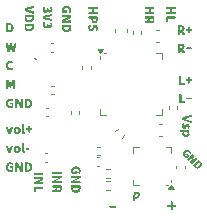
<source format=gbr>
%TF.GenerationSoftware,KiCad,Pcbnew,8.99.0-2608-ga0707285a1*%
%TF.CreationDate,2024-11-14T19:29:31-05:00*%
%TF.ProjectId,scampi,7363616d-7069-42e6-9b69-6361645f7063,rev?*%
%TF.SameCoordinates,Original*%
%TF.FileFunction,Legend,Top*%
%TF.FilePolarity,Positive*%
%FSLAX46Y46*%
G04 Gerber Fmt 4.6, Leading zero omitted, Abs format (unit mm)*
G04 Created by KiCad (PCBNEW 8.99.0-2608-ga0707285a1) date 2024-11-14 19:29:31*
%MOMM*%
%LPD*%
G01*
G04 APERTURE LIST*
%ADD10C,0.093750*%
%ADD11C,0.120000*%
%ADD12C,0.100000*%
G04 APERTURE END LIST*
D10*
G36*
X152577011Y-87190262D02*
G01*
X151899740Y-87190262D01*
X151884710Y-87191710D01*
X151872056Y-87195984D01*
X151862696Y-87202241D01*
X151855473Y-87210671D01*
X151847788Y-87233434D01*
X151847259Y-87242790D01*
X151847259Y-87325726D01*
X151848707Y-87340772D01*
X151852979Y-87353431D01*
X151859231Y-87362787D01*
X151867654Y-87370004D01*
X151890398Y-87377680D01*
X151899740Y-87378207D01*
X152168560Y-87378207D01*
X152168560Y-87635487D01*
X151899740Y-87635487D01*
X151884693Y-87636935D01*
X151872028Y-87641211D01*
X151862671Y-87647466D01*
X151855452Y-87655896D01*
X151847783Y-87678656D01*
X151847259Y-87687968D01*
X151847259Y-87769851D01*
X151848707Y-87784900D01*
X151852979Y-87797567D01*
X151859233Y-87806934D01*
X151867658Y-87814163D01*
X151890397Y-87821849D01*
X151899740Y-87822378D01*
X152577011Y-87822378D01*
X152592042Y-87820930D01*
X152604695Y-87816656D01*
X152614055Y-87810400D01*
X152621278Y-87801970D01*
X152628963Y-87779207D01*
X152629492Y-87769851D01*
X152629492Y-87687968D01*
X152628044Y-87672922D01*
X152623772Y-87660263D01*
X152617520Y-87650907D01*
X152609097Y-87643690D01*
X152586353Y-87636015D01*
X152577011Y-87635487D01*
X152331318Y-87635487D01*
X152331318Y-87378207D01*
X152577011Y-87378207D01*
X152592058Y-87376759D01*
X152604723Y-87372483D01*
X152614080Y-87366228D01*
X152621299Y-87357798D01*
X152628968Y-87335038D01*
X152629492Y-87325726D01*
X152629492Y-87242790D01*
X152628044Y-87227740D01*
X152623772Y-87215074D01*
X152617518Y-87205706D01*
X152609093Y-87198478D01*
X152586354Y-87190792D01*
X152577011Y-87190262D01*
G37*
G36*
X152586705Y-88003385D02*
G01*
X152609454Y-88011058D01*
X152617881Y-88018280D01*
X152624134Y-88027642D01*
X152628410Y-88040319D01*
X152629859Y-88055386D01*
X152629859Y-88289538D01*
X152626559Y-88354957D01*
X152614583Y-88420936D01*
X152595115Y-88474070D01*
X152568882Y-88516338D01*
X152535816Y-88549292D01*
X152516479Y-88562549D01*
X152494984Y-88573720D01*
X152471020Y-88582753D01*
X152444688Y-88589409D01*
X152415017Y-88593644D01*
X152382654Y-88595086D01*
X152374592Y-88594997D01*
X152343874Y-88592915D01*
X152315309Y-88588168D01*
X152288881Y-88580891D01*
X152264547Y-88571211D01*
X152241861Y-88559004D01*
X152221293Y-88544572D01*
X152202085Y-88527324D01*
X152185107Y-88507968D01*
X152169508Y-88485325D01*
X152156333Y-88460676D01*
X151909586Y-88599254D01*
X151884612Y-88607662D01*
X151865648Y-88604460D01*
X151857992Y-88598669D01*
X151852159Y-88590201D01*
X151848043Y-88577850D01*
X151846618Y-88562526D01*
X151846618Y-88466950D01*
X151848195Y-88450204D01*
X151852287Y-88437216D01*
X151858912Y-88425932D01*
X151869913Y-88414603D01*
X151884399Y-88405035D01*
X152121711Y-88281112D01*
X152121711Y-88274838D01*
X152269768Y-88274838D01*
X152269928Y-88284570D01*
X152276416Y-88331761D01*
X152290893Y-88366342D01*
X152312549Y-88390891D01*
X152326497Y-88399944D01*
X152342351Y-88406561D01*
X152361433Y-88410904D01*
X152382654Y-88412362D01*
X152409185Y-88409892D01*
X152437747Y-88398693D01*
X152449492Y-88389270D01*
X152459158Y-88377456D01*
X152467989Y-88360669D01*
X152474354Y-88340727D01*
X152479256Y-88310315D01*
X152480794Y-88274838D01*
X152480794Y-88190803D01*
X152269768Y-88190803D01*
X152269768Y-88274838D01*
X152121711Y-88274838D01*
X152121711Y-88190803D01*
X151899099Y-88190803D01*
X151889772Y-88190279D01*
X151867019Y-88182617D01*
X151858594Y-88175405D01*
X151852342Y-88166055D01*
X151848066Y-88153385D01*
X151846618Y-88138322D01*
X151846618Y-88055386D01*
X151847147Y-88046015D01*
X151854824Y-88023258D01*
X151862041Y-88014833D01*
X151871394Y-88008580D01*
X151884053Y-88004306D01*
X151899099Y-88002858D01*
X152577377Y-88002858D01*
X152586705Y-88003385D01*
G37*
G36*
X140421044Y-92567441D02*
G01*
X140454604Y-92565980D01*
X140486992Y-92561619D01*
X140517596Y-92554547D01*
X140546983Y-92544739D01*
X140574880Y-92532339D01*
X140601494Y-92517304D01*
X140641503Y-92487665D01*
X140650994Y-92477055D01*
X140656923Y-92465956D01*
X140659351Y-92455246D01*
X140658871Y-92444309D01*
X140649089Y-92421415D01*
X140643610Y-92414163D01*
X140611049Y-92375374D01*
X140599958Y-92364450D01*
X140588604Y-92357700D01*
X140578392Y-92355081D01*
X140567852Y-92355404D01*
X140544695Y-92364948D01*
X140538601Y-92369100D01*
X140515120Y-92383586D01*
X140489905Y-92394918D01*
X140467382Y-92401511D01*
X140443328Y-92405135D01*
X140428371Y-92405737D01*
X140404664Y-92404281D01*
X140382298Y-92399955D01*
X140361849Y-92393027D01*
X140342823Y-92383480D01*
X140309513Y-92356949D01*
X140282333Y-92320118D01*
X140261920Y-92272161D01*
X140249600Y-92212125D01*
X140246746Y-92160639D01*
X140248182Y-92126779D01*
X140252372Y-92095178D01*
X140259111Y-92066016D01*
X140268235Y-92039248D01*
X140279483Y-92015108D01*
X140292741Y-91993481D01*
X140307685Y-91974608D01*
X140324265Y-91958345D01*
X140342124Y-91944891D01*
X140361261Y-91934134D01*
X140381345Y-91926200D01*
X140402373Y-91921057D01*
X140430478Y-91918655D01*
X140472919Y-91924150D01*
X140512961Y-91940363D01*
X140526007Y-91948010D01*
X140541317Y-91956403D01*
X140555808Y-91960507D01*
X140567126Y-91960531D01*
X140577935Y-91957416D01*
X140597386Y-91942182D01*
X140599509Y-91939630D01*
X140632069Y-91899788D01*
X140640696Y-91887166D01*
X140645786Y-91874347D01*
X140647229Y-91862759D01*
X140645518Y-91851492D01*
X140640906Y-91841345D01*
X140633292Y-91831887D01*
X140626803Y-91826286D01*
X140599803Y-91807783D01*
X140570162Y-91791399D01*
X140540815Y-91778716D01*
X140509483Y-91768692D01*
X140478976Y-91762177D01*
X140446967Y-91758602D01*
X140427318Y-91758005D01*
X140393510Y-91759463D01*
X140360346Y-91763809D01*
X140328056Y-91770983D01*
X140296743Y-91780947D01*
X140266790Y-91793557D01*
X140238130Y-91808832D01*
X140211232Y-91826509D01*
X140185917Y-91846709D01*
X140162658Y-91869059D01*
X140141244Y-91893783D01*
X140122084Y-91920448D01*
X140105013Y-91949346D01*
X140090341Y-91980049D01*
X140077989Y-92012859D01*
X140068176Y-92047414D01*
X140060916Y-92083968D01*
X140056363Y-92122268D01*
X140054605Y-92162476D01*
X140054588Y-92166913D01*
X140056032Y-92208517D01*
X140060277Y-92247887D01*
X140067142Y-92284782D01*
X140076518Y-92319454D01*
X140088247Y-92351822D01*
X140102224Y-92381963D01*
X140118375Y-92409951D01*
X140136534Y-92435681D01*
X140178798Y-92480716D01*
X140228507Y-92516935D01*
X140285157Y-92543925D01*
X140348084Y-92561020D01*
X140416304Y-92567415D01*
X140421044Y-92567441D01*
G37*
G36*
X142371149Y-87108380D02*
G01*
X141691772Y-87311025D01*
X141677788Y-87316518D01*
X141666470Y-87324197D01*
X141658265Y-87333310D01*
X141652406Y-87344180D01*
X141647717Y-87370880D01*
X141647717Y-87504237D01*
X141649183Y-87519950D01*
X141653583Y-87533656D01*
X141660121Y-87544265D01*
X141669082Y-87553043D01*
X141691772Y-87564091D01*
X142371149Y-87766737D01*
X142386021Y-87769611D01*
X142399069Y-87769073D01*
X142409106Y-87765761D01*
X142417346Y-87759859D01*
X142427627Y-87741467D01*
X142429950Y-87722636D01*
X142429950Y-87640707D01*
X142428456Y-87624075D01*
X142423860Y-87609970D01*
X142417394Y-87600006D01*
X142408462Y-87591916D01*
X142384796Y-87581906D01*
X142072928Y-87505290D01*
X141954385Y-87476516D01*
X141823022Y-87444382D01*
X141823022Y-87439115D01*
X141931113Y-87413174D01*
X142072928Y-87378207D01*
X142384796Y-87300538D01*
X142399362Y-87295510D01*
X142411059Y-87288201D01*
X142419239Y-87279592D01*
X142425096Y-87269143D01*
X142429950Y-87241737D01*
X142429950Y-87152481D01*
X142428517Y-87137342D01*
X142424348Y-87124987D01*
X142418371Y-87116291D01*
X142410452Y-87110058D01*
X142390046Y-87105311D01*
X142371149Y-87108380D01*
G37*
G36*
X142384843Y-87865635D02*
G01*
X142407582Y-87873321D01*
X142416007Y-87880549D01*
X142422261Y-87889917D01*
X142426533Y-87902583D01*
X142427981Y-87917633D01*
X142427981Y-88089824D01*
X142427791Y-88106425D01*
X142420674Y-88187526D01*
X142404257Y-88256708D01*
X142379521Y-88315354D01*
X142346901Y-88364721D01*
X142306225Y-88405741D01*
X142282591Y-88423314D01*
X142256719Y-88438843D01*
X142228099Y-88452465D01*
X142197098Y-88463845D01*
X142162699Y-88473141D01*
X142125706Y-88479925D01*
X142084607Y-88484229D01*
X142040642Y-88485681D01*
X142037560Y-88485674D01*
X141954901Y-88479879D01*
X141884013Y-88464180D01*
X141823509Y-88439585D01*
X141796735Y-88424098D01*
X141772229Y-88406576D01*
X141749668Y-88386802D01*
X141729393Y-88365089D01*
X141710876Y-88340779D01*
X141694736Y-88314578D01*
X141680401Y-88285316D01*
X141668597Y-88254184D01*
X141658876Y-88219514D01*
X141651891Y-88182990D01*
X141647448Y-88142555D01*
X141645976Y-88100311D01*
X141645976Y-88078284D01*
X141797193Y-88078284D01*
X141802363Y-88138157D01*
X141816085Y-88183665D01*
X141837920Y-88220338D01*
X141852070Y-88235914D01*
X141868668Y-88249829D01*
X141888155Y-88262166D01*
X141910419Y-88272600D01*
X141936745Y-88281356D01*
X141966376Y-88287831D01*
X142001492Y-88292079D01*
X142040642Y-88293523D01*
X142094201Y-88290702D01*
X142151790Y-88278999D01*
X142195850Y-88259550D01*
X142213989Y-88246908D01*
X142229526Y-88232509D01*
X142243397Y-88215315D01*
X142254650Y-88196337D01*
X142264453Y-88172847D01*
X142271387Y-88147378D01*
X142276321Y-88114023D01*
X142277863Y-88078284D01*
X142277863Y-88053050D01*
X141797193Y-88053050D01*
X141797193Y-88078284D01*
X141645976Y-88078284D01*
X141645976Y-87917633D01*
X141646506Y-87908277D01*
X141654190Y-87885514D01*
X141661414Y-87877084D01*
X141670773Y-87870827D01*
X141683427Y-87866553D01*
X141698458Y-87865105D01*
X142375499Y-87865105D01*
X142384843Y-87865635D01*
G37*
G36*
X142384843Y-88630603D02*
G01*
X142407582Y-88638290D01*
X142416007Y-88645518D01*
X142422261Y-88654885D01*
X142426533Y-88667552D01*
X142427981Y-88682602D01*
X142427981Y-88854793D01*
X142427791Y-88871394D01*
X142420674Y-88952495D01*
X142404257Y-89021677D01*
X142379521Y-89080322D01*
X142346901Y-89129689D01*
X142306225Y-89170709D01*
X142282591Y-89188283D01*
X142256719Y-89203812D01*
X142228099Y-89217433D01*
X142197098Y-89228813D01*
X142162699Y-89238109D01*
X142125706Y-89244894D01*
X142084607Y-89249197D01*
X142040642Y-89250649D01*
X142037560Y-89250643D01*
X141954901Y-89244847D01*
X141884013Y-89229149D01*
X141823509Y-89204554D01*
X141796735Y-89189066D01*
X141772229Y-89171545D01*
X141749668Y-89151771D01*
X141729393Y-89130057D01*
X141710876Y-89105747D01*
X141694736Y-89079546D01*
X141680401Y-89050285D01*
X141668597Y-89019153D01*
X141658876Y-88984482D01*
X141651891Y-88947959D01*
X141647448Y-88907524D01*
X141645976Y-88865280D01*
X141645976Y-88843252D01*
X141797193Y-88843252D01*
X141802363Y-88903125D01*
X141816085Y-88948634D01*
X141837920Y-88985307D01*
X141852070Y-89000883D01*
X141868668Y-89014797D01*
X141888155Y-89027134D01*
X141910419Y-89037569D01*
X141936745Y-89046325D01*
X141966376Y-89052800D01*
X142001492Y-89057047D01*
X142040642Y-89058491D01*
X142094201Y-89055670D01*
X142151790Y-89043968D01*
X142195850Y-89024518D01*
X142213989Y-89011877D01*
X142229526Y-88997478D01*
X142243397Y-88980283D01*
X142254650Y-88961306D01*
X142264453Y-88937815D01*
X142271387Y-88912347D01*
X142276321Y-88878992D01*
X142277863Y-88843252D01*
X142277863Y-88818019D01*
X141797193Y-88818019D01*
X141797193Y-88843252D01*
X141645976Y-88843252D01*
X141645976Y-88682602D01*
X141646506Y-88673246D01*
X141654190Y-88650483D01*
X141661414Y-88642052D01*
X141670773Y-88635796D01*
X141683427Y-88631522D01*
X141698458Y-88630074D01*
X142375499Y-88630074D01*
X142384843Y-88630603D01*
G37*
G36*
X144727423Y-101140262D02*
G01*
X144050198Y-101140262D01*
X144035152Y-101141710D01*
X144022493Y-101145984D01*
X144013140Y-101152237D01*
X144005924Y-101160662D01*
X143998246Y-101183419D01*
X143997717Y-101192790D01*
X143997717Y-101275726D01*
X143999165Y-101290789D01*
X144003441Y-101303459D01*
X144009693Y-101312809D01*
X144018118Y-101320021D01*
X144040871Y-101327683D01*
X144050198Y-101328207D01*
X144727423Y-101328207D01*
X144742489Y-101326759D01*
X144755167Y-101322483D01*
X144764529Y-101316230D01*
X144771751Y-101307803D01*
X144779424Y-101285054D01*
X144779950Y-101275726D01*
X144779950Y-101192790D01*
X144778502Y-101177740D01*
X144774228Y-101165074D01*
X144767974Y-101155709D01*
X144759546Y-101148482D01*
X144736795Y-101140794D01*
X144727423Y-101140262D01*
G37*
G36*
X144727423Y-101507359D02*
G01*
X144050198Y-101507359D01*
X144035152Y-101508807D01*
X144022493Y-101513081D01*
X144013140Y-101519334D01*
X144005924Y-101527759D01*
X143998246Y-101550516D01*
X143997717Y-101559887D01*
X143997717Y-101633389D01*
X143999165Y-101648437D01*
X144003441Y-101661101D01*
X144009696Y-101670458D01*
X144018126Y-101677677D01*
X144040886Y-101685346D01*
X144050198Y-101685870D01*
X144257057Y-101685870D01*
X144360154Y-101681019D01*
X144473224Y-101669487D01*
X144545798Y-101661736D01*
X144545798Y-101666957D01*
X144374660Y-101743619D01*
X144035498Y-101917916D01*
X144020551Y-101927399D01*
X144009510Y-101938494D01*
X144003143Y-101949317D01*
X143999259Y-101961829D01*
X143997717Y-101978825D01*
X143997717Y-102075407D01*
X143999165Y-102090474D01*
X144003441Y-102103151D01*
X144009694Y-102112513D01*
X144018122Y-102119736D01*
X144040870Y-102127409D01*
X144050198Y-102127935D01*
X144727423Y-102127935D01*
X144742472Y-102126487D01*
X144755139Y-102122213D01*
X144764504Y-102115958D01*
X144771731Y-102107531D01*
X144779419Y-102084779D01*
X144779950Y-102075407D01*
X144779950Y-102001905D01*
X144778502Y-101986875D01*
X144774228Y-101974221D01*
X144767972Y-101964861D01*
X144759542Y-101957638D01*
X144736779Y-101949953D01*
X144727423Y-101949424D01*
X144520610Y-101949424D01*
X144416942Y-101954321D01*
X144277101Y-101969283D01*
X144231823Y-101974611D01*
X144231823Y-101969345D01*
X144405068Y-101892729D01*
X144742123Y-101718431D01*
X144756600Y-101708885D01*
X144767599Y-101697580D01*
X144774242Y-101686302D01*
X144778352Y-101673325D01*
X144779950Y-101656470D01*
X144779950Y-101559887D01*
X144778502Y-101544837D01*
X144774228Y-101532171D01*
X144767974Y-101522806D01*
X144759546Y-101515579D01*
X144736795Y-101507891D01*
X144727423Y-101507359D01*
G37*
G36*
X144736705Y-102309491D02*
G01*
X144759454Y-102317164D01*
X144767881Y-102324386D01*
X144774134Y-102333748D01*
X144778410Y-102346426D01*
X144779859Y-102361492D01*
X144779859Y-102595645D01*
X144776559Y-102661063D01*
X144764583Y-102727042D01*
X144745115Y-102780176D01*
X144718882Y-102822444D01*
X144685816Y-102855398D01*
X144666479Y-102868655D01*
X144644984Y-102879826D01*
X144621020Y-102888859D01*
X144594688Y-102895515D01*
X144565017Y-102899750D01*
X144532654Y-102901192D01*
X144524592Y-102901103D01*
X144493874Y-102899021D01*
X144465309Y-102894274D01*
X144438881Y-102886997D01*
X144414547Y-102877317D01*
X144391861Y-102865110D01*
X144371293Y-102850678D01*
X144352085Y-102833430D01*
X144335107Y-102814074D01*
X144319508Y-102791431D01*
X144306333Y-102766782D01*
X144059586Y-102905360D01*
X144034612Y-102913768D01*
X144015648Y-102910566D01*
X144007992Y-102904775D01*
X144002159Y-102896307D01*
X143998043Y-102883956D01*
X143996618Y-102868632D01*
X143996618Y-102773056D01*
X143998195Y-102756310D01*
X144002287Y-102743322D01*
X144008912Y-102732038D01*
X144019913Y-102720709D01*
X144034399Y-102711141D01*
X144271711Y-102587218D01*
X144271711Y-102580944D01*
X144419768Y-102580944D01*
X144419928Y-102590676D01*
X144426416Y-102637868D01*
X144440893Y-102672448D01*
X144462549Y-102696998D01*
X144476497Y-102706050D01*
X144492351Y-102712667D01*
X144511433Y-102717010D01*
X144532654Y-102718468D01*
X144559185Y-102715998D01*
X144587747Y-102704799D01*
X144599492Y-102695376D01*
X144609158Y-102683562D01*
X144617989Y-102666776D01*
X144624354Y-102646833D01*
X144629256Y-102616421D01*
X144630794Y-102580944D01*
X144630794Y-102496909D01*
X144419768Y-102496909D01*
X144419768Y-102580944D01*
X144271711Y-102580944D01*
X144271711Y-102496909D01*
X144049099Y-102496909D01*
X144039772Y-102496385D01*
X144017019Y-102488723D01*
X144008594Y-102481511D01*
X144002342Y-102472161D01*
X143998066Y-102459491D01*
X143996618Y-102444428D01*
X143996618Y-102361492D01*
X143997147Y-102352121D01*
X144004824Y-102329364D01*
X144012041Y-102320939D01*
X144021394Y-102314686D01*
X144034053Y-102310412D01*
X144049099Y-102308965D01*
X144727377Y-102308965D01*
X144736705Y-102309491D01*
G37*
G36*
X140442018Y-101167441D02*
G01*
X140509399Y-101161917D01*
X140575675Y-101145445D01*
X140636844Y-101118962D01*
X140680384Y-101090825D01*
X140689469Y-101082191D01*
X140695861Y-101071947D01*
X140701979Y-101045543D01*
X140702411Y-101033077D01*
X140702411Y-100759311D01*
X140700964Y-100744261D01*
X140696691Y-100731594D01*
X140690437Y-100722227D01*
X140682012Y-100714999D01*
X140659273Y-100707312D01*
X140649930Y-100706783D01*
X140464091Y-100706783D01*
X140449042Y-100708231D01*
X140436375Y-100712505D01*
X140427010Y-100718760D01*
X140419784Y-100727187D01*
X140412095Y-100749939D01*
X140411564Y-100759311D01*
X140411564Y-100807625D01*
X140413012Y-100822656D01*
X140417286Y-100835310D01*
X140423542Y-100844669D01*
X140431972Y-100851893D01*
X140454736Y-100859578D01*
X140464091Y-100860107D01*
X140535487Y-100860107D01*
X140535487Y-100985861D01*
X140509598Y-100998478D01*
X140469511Y-101005555D01*
X140461985Y-101005737D01*
X140430986Y-101004281D01*
X140402463Y-100999954D01*
X140377683Y-100993251D01*
X140355099Y-100984069D01*
X140335341Y-100972884D01*
X140317609Y-100959476D01*
X140288306Y-100926378D01*
X140266402Y-100883842D01*
X140252147Y-100830088D01*
X140246746Y-100760364D01*
X140248189Y-100726518D01*
X140252425Y-100694936D01*
X140259177Y-100666186D01*
X140268364Y-100639767D01*
X140279617Y-100616185D01*
X140292968Y-100594982D01*
X140308020Y-100576520D01*
X140324866Y-100560489D01*
X140343196Y-100547075D01*
X140363057Y-100536170D01*
X140406926Y-100522137D01*
X140445178Y-100518655D01*
X140470470Y-100520074D01*
X140493428Y-100524147D01*
X140534625Y-100539647D01*
X140549134Y-100547964D01*
X140564476Y-100556331D01*
X140578991Y-100560406D01*
X140590318Y-100560405D01*
X140601139Y-100557266D01*
X140620641Y-100541975D01*
X140622636Y-100539584D01*
X140656204Y-100499788D01*
X140665032Y-100486426D01*
X140670073Y-100473123D01*
X140671234Y-100461675D01*
X140669206Y-100450630D01*
X140656337Y-100431554D01*
X140649930Y-100426286D01*
X140623667Y-100408368D01*
X140594483Y-100392413D01*
X140565149Y-100379928D01*
X140533354Y-100369893D01*
X140501457Y-100363072D01*
X140467415Y-100359030D01*
X140438858Y-100358005D01*
X140403341Y-100359463D01*
X140368644Y-100363808D01*
X140335128Y-100370945D01*
X140302735Y-100380849D01*
X140271950Y-100393326D01*
X140242569Y-100408427D01*
X140215121Y-100425846D01*
X140189331Y-100445737D01*
X140165692Y-100467706D01*
X140143942Y-100491996D01*
X140124479Y-100518183D01*
X140107120Y-100546554D01*
X140092154Y-100576724D01*
X140079505Y-100608958D01*
X140069366Y-100642969D01*
X140061764Y-100678947D01*
X140056836Y-100716733D01*
X140054679Y-100756406D01*
X140054588Y-100766638D01*
X140056034Y-100807909D01*
X140060296Y-100846981D01*
X140067170Y-100883465D01*
X140076575Y-100917784D01*
X140088320Y-100949738D01*
X140102346Y-100979538D01*
X140118550Y-101007186D01*
X140136817Y-101032663D01*
X140179478Y-101077399D01*
X140230038Y-101113721D01*
X140288297Y-101141276D01*
X140353959Y-101159399D01*
X140426450Y-101167203D01*
X140442018Y-101167441D01*
G37*
G36*
X140859627Y-100422576D02*
G01*
X140859627Y-101099801D01*
X140861075Y-101114847D01*
X140865349Y-101127506D01*
X140871602Y-101136859D01*
X140880027Y-101144075D01*
X140902784Y-101151753D01*
X140912155Y-101152282D01*
X140985657Y-101152282D01*
X141000705Y-101150834D01*
X141013369Y-101146558D01*
X141022726Y-101140303D01*
X141029945Y-101131873D01*
X141037614Y-101109113D01*
X141038138Y-101099801D01*
X141038138Y-100892942D01*
X141033287Y-100789845D01*
X141021755Y-100676775D01*
X141014004Y-100604201D01*
X141019225Y-100604201D01*
X141095887Y-100775339D01*
X141270184Y-101114501D01*
X141279667Y-101129448D01*
X141290762Y-101140489D01*
X141301585Y-101146856D01*
X141314097Y-101150740D01*
X141331092Y-101152282D01*
X141427675Y-101152282D01*
X141442742Y-101150834D01*
X141455419Y-101146558D01*
X141464781Y-101140305D01*
X141472004Y-101131877D01*
X141479677Y-101109129D01*
X141480203Y-101099801D01*
X141480203Y-100422576D01*
X141478755Y-100407527D01*
X141474481Y-100394860D01*
X141468226Y-100385495D01*
X141459799Y-100378268D01*
X141437047Y-100370580D01*
X141427675Y-100370049D01*
X141354173Y-100370049D01*
X141339143Y-100371497D01*
X141326489Y-100375771D01*
X141317129Y-100382027D01*
X141309906Y-100390457D01*
X141302221Y-100413220D01*
X141301692Y-100422576D01*
X141301692Y-100629389D01*
X141306589Y-100733057D01*
X141321551Y-100872898D01*
X141326879Y-100918176D01*
X141321613Y-100918176D01*
X141244997Y-100744931D01*
X141070699Y-100407876D01*
X141061153Y-100393399D01*
X141049848Y-100382400D01*
X141038570Y-100375757D01*
X141025593Y-100371647D01*
X141008738Y-100370049D01*
X140912155Y-100370049D01*
X140897105Y-100371497D01*
X140884439Y-100375771D01*
X140875074Y-100382025D01*
X140867847Y-100390453D01*
X140860159Y-100413204D01*
X140859627Y-100422576D01*
G37*
G36*
X141902552Y-100372208D02*
G01*
X141983653Y-100379325D01*
X142052835Y-100395742D01*
X142111481Y-100420478D01*
X142160848Y-100453098D01*
X142201868Y-100493774D01*
X142219441Y-100517408D01*
X142234970Y-100543280D01*
X142248592Y-100571900D01*
X142259972Y-100602901D01*
X142269268Y-100637300D01*
X142276052Y-100674293D01*
X142280356Y-100715392D01*
X142281808Y-100759357D01*
X142281801Y-100762439D01*
X142276006Y-100845098D01*
X142260307Y-100915986D01*
X142235712Y-100976490D01*
X142220225Y-101003264D01*
X142202703Y-101027770D01*
X142182929Y-101050331D01*
X142161216Y-101070606D01*
X142136906Y-101089123D01*
X142110705Y-101105263D01*
X142081443Y-101119598D01*
X142050311Y-101131402D01*
X142015641Y-101141123D01*
X141979117Y-101148108D01*
X141938682Y-101152551D01*
X141896438Y-101154023D01*
X141713760Y-101154023D01*
X141704404Y-101153493D01*
X141681641Y-101145809D01*
X141673211Y-101138585D01*
X141666954Y-101129226D01*
X141662680Y-101116572D01*
X141661232Y-101101541D01*
X141661232Y-101002806D01*
X141849177Y-101002806D01*
X141874411Y-101002806D01*
X141934284Y-100997636D01*
X141979792Y-100983914D01*
X142016465Y-100962079D01*
X142032041Y-100947929D01*
X142045956Y-100931331D01*
X142058293Y-100911844D01*
X142068727Y-100889580D01*
X142077483Y-100863254D01*
X142083958Y-100833623D01*
X142088206Y-100798507D01*
X142089650Y-100759357D01*
X142086829Y-100705798D01*
X142075126Y-100648209D01*
X142055677Y-100604149D01*
X142043035Y-100586010D01*
X142028636Y-100570473D01*
X142011442Y-100556602D01*
X141992464Y-100545349D01*
X141968974Y-100535546D01*
X141943505Y-100528612D01*
X141910150Y-100523678D01*
X141874411Y-100522136D01*
X141849177Y-100522136D01*
X141849177Y-101002806D01*
X141661232Y-101002806D01*
X141661232Y-100424500D01*
X141661762Y-100415156D01*
X141669448Y-100392417D01*
X141676676Y-100383992D01*
X141686044Y-100377738D01*
X141698710Y-100373466D01*
X141713760Y-100372018D01*
X141885951Y-100372018D01*
X141902552Y-100372208D01*
G37*
G36*
X140442018Y-95767441D02*
G01*
X140509399Y-95761917D01*
X140575675Y-95745445D01*
X140636844Y-95718962D01*
X140680384Y-95690825D01*
X140689469Y-95682191D01*
X140695861Y-95671947D01*
X140701979Y-95645543D01*
X140702411Y-95633077D01*
X140702411Y-95359311D01*
X140700964Y-95344261D01*
X140696691Y-95331594D01*
X140690437Y-95322227D01*
X140682012Y-95314999D01*
X140659273Y-95307312D01*
X140649930Y-95306783D01*
X140464091Y-95306783D01*
X140449042Y-95308231D01*
X140436375Y-95312505D01*
X140427010Y-95318760D01*
X140419784Y-95327187D01*
X140412095Y-95349939D01*
X140411564Y-95359311D01*
X140411564Y-95407625D01*
X140413012Y-95422656D01*
X140417286Y-95435310D01*
X140423542Y-95444669D01*
X140431972Y-95451893D01*
X140454736Y-95459578D01*
X140464091Y-95460107D01*
X140535487Y-95460107D01*
X140535487Y-95585861D01*
X140509598Y-95598478D01*
X140469511Y-95605555D01*
X140461985Y-95605737D01*
X140430986Y-95604281D01*
X140402463Y-95599954D01*
X140377683Y-95593251D01*
X140355099Y-95584069D01*
X140335341Y-95572884D01*
X140317609Y-95559476D01*
X140288306Y-95526378D01*
X140266402Y-95483842D01*
X140252147Y-95430088D01*
X140246746Y-95360364D01*
X140248189Y-95326518D01*
X140252425Y-95294936D01*
X140259177Y-95266186D01*
X140268364Y-95239767D01*
X140279617Y-95216185D01*
X140292968Y-95194982D01*
X140308020Y-95176520D01*
X140324866Y-95160489D01*
X140343196Y-95147075D01*
X140363057Y-95136170D01*
X140406926Y-95122137D01*
X140445178Y-95118655D01*
X140470470Y-95120074D01*
X140493428Y-95124147D01*
X140534625Y-95139647D01*
X140549134Y-95147964D01*
X140564476Y-95156331D01*
X140578991Y-95160406D01*
X140590318Y-95160405D01*
X140601139Y-95157266D01*
X140620641Y-95141975D01*
X140622636Y-95139584D01*
X140656204Y-95099788D01*
X140665032Y-95086426D01*
X140670073Y-95073123D01*
X140671234Y-95061675D01*
X140669206Y-95050630D01*
X140656337Y-95031554D01*
X140649930Y-95026286D01*
X140623667Y-95008368D01*
X140594483Y-94992413D01*
X140565149Y-94979928D01*
X140533354Y-94969893D01*
X140501457Y-94963072D01*
X140467415Y-94959030D01*
X140438858Y-94958005D01*
X140403341Y-94959463D01*
X140368644Y-94963808D01*
X140335128Y-94970945D01*
X140302735Y-94980849D01*
X140271950Y-94993326D01*
X140242569Y-95008427D01*
X140215121Y-95025846D01*
X140189331Y-95045737D01*
X140165692Y-95067706D01*
X140143942Y-95091996D01*
X140124479Y-95118183D01*
X140107120Y-95146554D01*
X140092154Y-95176724D01*
X140079505Y-95208958D01*
X140069366Y-95242969D01*
X140061764Y-95278947D01*
X140056836Y-95316733D01*
X140054679Y-95356406D01*
X140054588Y-95366638D01*
X140056034Y-95407909D01*
X140060296Y-95446981D01*
X140067170Y-95483465D01*
X140076575Y-95517784D01*
X140088320Y-95549738D01*
X140102346Y-95579538D01*
X140118550Y-95607186D01*
X140136817Y-95632663D01*
X140179478Y-95677399D01*
X140230038Y-95713721D01*
X140288297Y-95741276D01*
X140353959Y-95759399D01*
X140426450Y-95767203D01*
X140442018Y-95767441D01*
G37*
G36*
X140859627Y-95022576D02*
G01*
X140859627Y-95699801D01*
X140861075Y-95714847D01*
X140865349Y-95727506D01*
X140871602Y-95736859D01*
X140880027Y-95744075D01*
X140902784Y-95751753D01*
X140912155Y-95752282D01*
X140985657Y-95752282D01*
X141000705Y-95750834D01*
X141013369Y-95746558D01*
X141022726Y-95740303D01*
X141029945Y-95731873D01*
X141037614Y-95709113D01*
X141038138Y-95699801D01*
X141038138Y-95492942D01*
X141033287Y-95389845D01*
X141021755Y-95276775D01*
X141014004Y-95204201D01*
X141019225Y-95204201D01*
X141095887Y-95375339D01*
X141270184Y-95714501D01*
X141279667Y-95729448D01*
X141290762Y-95740489D01*
X141301585Y-95746856D01*
X141314097Y-95750740D01*
X141331092Y-95752282D01*
X141427675Y-95752282D01*
X141442742Y-95750834D01*
X141455419Y-95746558D01*
X141464781Y-95740305D01*
X141472004Y-95731877D01*
X141479677Y-95709129D01*
X141480203Y-95699801D01*
X141480203Y-95022576D01*
X141478755Y-95007527D01*
X141474481Y-94994860D01*
X141468226Y-94985495D01*
X141459799Y-94978268D01*
X141437047Y-94970580D01*
X141427675Y-94970049D01*
X141354173Y-94970049D01*
X141339143Y-94971497D01*
X141326489Y-94975771D01*
X141317129Y-94982027D01*
X141309906Y-94990457D01*
X141302221Y-95013220D01*
X141301692Y-95022576D01*
X141301692Y-95229389D01*
X141306589Y-95333057D01*
X141321551Y-95472898D01*
X141326879Y-95518176D01*
X141321613Y-95518176D01*
X141244997Y-95344931D01*
X141070699Y-95007876D01*
X141061153Y-94993399D01*
X141049848Y-94982400D01*
X141038570Y-94975757D01*
X141025593Y-94971647D01*
X141008738Y-94970049D01*
X140912155Y-94970049D01*
X140897105Y-94971497D01*
X140884439Y-94975771D01*
X140875074Y-94982025D01*
X140867847Y-94990453D01*
X140860159Y-95013204D01*
X140859627Y-95022576D01*
G37*
G36*
X141902552Y-94972208D02*
G01*
X141983653Y-94979325D01*
X142052835Y-94995742D01*
X142111481Y-95020478D01*
X142160848Y-95053098D01*
X142201868Y-95093774D01*
X142219441Y-95117408D01*
X142234970Y-95143280D01*
X142248592Y-95171900D01*
X142259972Y-95202901D01*
X142269268Y-95237300D01*
X142276052Y-95274293D01*
X142280356Y-95315392D01*
X142281808Y-95359357D01*
X142281801Y-95362439D01*
X142276006Y-95445098D01*
X142260307Y-95515986D01*
X142235712Y-95576490D01*
X142220225Y-95603264D01*
X142202703Y-95627770D01*
X142182929Y-95650331D01*
X142161216Y-95670606D01*
X142136906Y-95689123D01*
X142110705Y-95705263D01*
X142081443Y-95719598D01*
X142050311Y-95731402D01*
X142015641Y-95741123D01*
X141979117Y-95748108D01*
X141938682Y-95752551D01*
X141896438Y-95754023D01*
X141713760Y-95754023D01*
X141704404Y-95753493D01*
X141681641Y-95745809D01*
X141673211Y-95738585D01*
X141666954Y-95729226D01*
X141662680Y-95716572D01*
X141661232Y-95701541D01*
X141661232Y-95602806D01*
X141849177Y-95602806D01*
X141874411Y-95602806D01*
X141934284Y-95597636D01*
X141979792Y-95583914D01*
X142016465Y-95562079D01*
X142032041Y-95547929D01*
X142045956Y-95531331D01*
X142058293Y-95511844D01*
X142068727Y-95489580D01*
X142077483Y-95463254D01*
X142083958Y-95433623D01*
X142088206Y-95398507D01*
X142089650Y-95359357D01*
X142086829Y-95305798D01*
X142075126Y-95248209D01*
X142055677Y-95204149D01*
X142043035Y-95186010D01*
X142028636Y-95170473D01*
X142011442Y-95156602D01*
X141992464Y-95145349D01*
X141968974Y-95135546D01*
X141943505Y-95128612D01*
X141910150Y-95123678D01*
X141874411Y-95122136D01*
X141849177Y-95122136D01*
X141849177Y-95602806D01*
X141661232Y-95602806D01*
X141661232Y-95024500D01*
X141661762Y-95015156D01*
X141669448Y-94992417D01*
X141676676Y-94983992D01*
X141686044Y-94977738D01*
X141698710Y-94973466D01*
X141713760Y-94972018D01*
X141885951Y-94972018D01*
X141902552Y-94972208D01*
G37*
G36*
X155721149Y-96358380D02*
G01*
X155041772Y-96561025D01*
X155027788Y-96566518D01*
X155016470Y-96574197D01*
X155008265Y-96583310D01*
X155002406Y-96594180D01*
X154997717Y-96620880D01*
X154997717Y-96754237D01*
X154999183Y-96769950D01*
X155003583Y-96783656D01*
X155010121Y-96794265D01*
X155019082Y-96803043D01*
X155041772Y-96814091D01*
X155721149Y-97016737D01*
X155736021Y-97019611D01*
X155749069Y-97019073D01*
X155759106Y-97015761D01*
X155767346Y-97009859D01*
X155777627Y-96991467D01*
X155779950Y-96972636D01*
X155779950Y-96890707D01*
X155778456Y-96874075D01*
X155773860Y-96859970D01*
X155767394Y-96850006D01*
X155758462Y-96841916D01*
X155734796Y-96831906D01*
X155422928Y-96755290D01*
X155304385Y-96726516D01*
X155173022Y-96694382D01*
X155173022Y-96689115D01*
X155281113Y-96663174D01*
X155422928Y-96628207D01*
X155734796Y-96550538D01*
X155749362Y-96545510D01*
X155761059Y-96538201D01*
X155769239Y-96529592D01*
X155775096Y-96519143D01*
X155779950Y-96491737D01*
X155779950Y-96402481D01*
X155778517Y-96387342D01*
X155774348Y-96374987D01*
X155768371Y-96366291D01*
X155760452Y-96360058D01*
X155740046Y-96355311D01*
X155721149Y-96358380D01*
G37*
G36*
X154983062Y-97278916D02*
G01*
X154984502Y-97314597D01*
X154988716Y-97347611D01*
X154995397Y-97377391D01*
X155004453Y-97404557D01*
X155015514Y-97428668D01*
X155028582Y-97450213D01*
X155043312Y-97468938D01*
X155059725Y-97485120D01*
X155077619Y-97498692D01*
X155096919Y-97509699D01*
X155139574Y-97524006D01*
X155178380Y-97527769D01*
X155202158Y-97526345D01*
X155223772Y-97522237D01*
X155261421Y-97506751D01*
X155293536Y-97481751D01*
X155321690Y-97446103D01*
X155347150Y-97397117D01*
X155357990Y-97370278D01*
X155364787Y-97350905D01*
X155378175Y-97313876D01*
X155392051Y-97284040D01*
X155408456Y-97264132D01*
X155418245Y-97258756D01*
X155429431Y-97256888D01*
X155441743Y-97258366D01*
X155452028Y-97262849D01*
X155465235Y-97278491D01*
X155471970Y-97306243D01*
X155472525Y-97319857D01*
X155466903Y-97358022D01*
X155449398Y-97400732D01*
X155442226Y-97416282D01*
X155439181Y-97430823D01*
X155439909Y-97442220D01*
X155443706Y-97452964D01*
X155460228Y-97472091D01*
X155463045Y-97474234D01*
X155490339Y-97494155D01*
X155503697Y-97502128D01*
X155516896Y-97506457D01*
X155528363Y-97507127D01*
X155539201Y-97504641D01*
X155548566Y-97499368D01*
X155556978Y-97491163D01*
X155562788Y-97482615D01*
X155578496Y-97453598D01*
X155591721Y-97421846D01*
X155600673Y-97392029D01*
X155606852Y-97360006D01*
X155610049Y-97313583D01*
X155608604Y-97281081D01*
X155604354Y-97250558D01*
X155597555Y-97222590D01*
X155588281Y-97196790D01*
X155576933Y-97173778D01*
X155563442Y-97153075D01*
X155548317Y-97135209D01*
X155531362Y-97119762D01*
X155513073Y-97107076D01*
X155493223Y-97096919D01*
X155472143Y-97089458D01*
X155449725Y-97084669D01*
X155421005Y-97082591D01*
X155398651Y-97084014D01*
X155378074Y-97088113D01*
X155341016Y-97103846D01*
X155308226Y-97129648D01*
X155278752Y-97166616D01*
X155252202Y-97216537D01*
X155244555Y-97234815D01*
X155235413Y-97258362D01*
X155220894Y-97294924D01*
X155205874Y-97325207D01*
X155188732Y-97345844D01*
X155178859Y-97351494D01*
X155167847Y-97353471D01*
X155155228Y-97351980D01*
X155144353Y-97347403D01*
X155136292Y-97340656D01*
X155129793Y-97331265D01*
X155121722Y-97303052D01*
X155120586Y-97283129D01*
X155126378Y-97239744D01*
X155144706Y-97192385D01*
X155154200Y-97174960D01*
X155161659Y-97159843D01*
X155165111Y-97145576D01*
X155164804Y-97134081D01*
X155161419Y-97123301D01*
X155145999Y-97104722D01*
X155141606Y-97101458D01*
X155110099Y-97079431D01*
X155097034Y-97071668D01*
X155084089Y-97067494D01*
X155072636Y-97066880D01*
X155061725Y-97069364D01*
X155043156Y-97082920D01*
X155036597Y-97092025D01*
X155007348Y-97154533D01*
X154996411Y-97188131D01*
X154988539Y-97222035D01*
X154983062Y-97278916D01*
G37*
G36*
X155552256Y-97635826D02*
G01*
X155574995Y-97643513D01*
X155583420Y-97650741D01*
X155589674Y-97660108D01*
X155593946Y-97672775D01*
X155595394Y-97687824D01*
X155595394Y-97740306D01*
X155592689Y-97766717D01*
X155583559Y-97785572D01*
X155576266Y-97791487D01*
X155567047Y-97794894D01*
X155537646Y-97801214D01*
X155537646Y-97804374D01*
X155558418Y-97830027D01*
X155587535Y-97878353D01*
X155604540Y-97926013D01*
X155610095Y-97972352D01*
X155609068Y-97994890D01*
X155605290Y-98020145D01*
X155598812Y-98044044D01*
X155589638Y-98066694D01*
X155577893Y-98087852D01*
X155563318Y-98107874D01*
X155546235Y-98126215D01*
X155526062Y-98143319D01*
X155503412Y-98158496D01*
X155477442Y-98172113D01*
X155449030Y-98183512D01*
X155417239Y-98192877D01*
X155383085Y-98199710D01*
X155345730Y-98204001D01*
X155306150Y-98205451D01*
X155250714Y-98202339D01*
X155215510Y-98196803D01*
X155182590Y-98188712D01*
X155151746Y-98178150D01*
X155123319Y-98165363D01*
X155097160Y-98150416D01*
X155073550Y-98133595D01*
X155052436Y-98114993D01*
X155033995Y-98094888D01*
X155018263Y-98073463D01*
X155005304Y-98050925D01*
X154987946Y-98003525D01*
X154982146Y-97954492D01*
X154982341Y-97946297D01*
X154984953Y-97923490D01*
X154988229Y-97910391D01*
X155135470Y-97910391D01*
X155135715Y-97917379D01*
X155143164Y-97947117D01*
X155150815Y-97960362D01*
X155161254Y-97972507D01*
X155174948Y-97983628D01*
X155191811Y-97993248D01*
X155212978Y-98001514D01*
X155237891Y-98007742D01*
X155268217Y-98011867D01*
X155302990Y-98013293D01*
X155313000Y-98013198D01*
X155371321Y-98007562D01*
X155410385Y-97995051D01*
X155436140Y-97976850D01*
X155445308Y-97965225D01*
X155451960Y-97951926D01*
X155456399Y-97935358D01*
X155457870Y-97916711D01*
X155455743Y-97895604D01*
X155450537Y-97878664D01*
X155442100Y-97862224D01*
X155427264Y-97842362D01*
X155407266Y-97822189D01*
X155170228Y-97822189D01*
X155161757Y-97832478D01*
X155150266Y-97850396D01*
X155142390Y-97868327D01*
X155137067Y-97889593D01*
X155135470Y-97910391D01*
X154988229Y-97910391D01*
X154990538Y-97901158D01*
X154999312Y-97878775D01*
X155011049Y-97857191D01*
X155026117Y-97835969D01*
X155044108Y-97815915D01*
X154950639Y-97822189D01*
X154831983Y-97822189D01*
X154822640Y-97821661D01*
X154799896Y-97813985D01*
X154791473Y-97806768D01*
X154785221Y-97797412D01*
X154780949Y-97784753D01*
X154779501Y-97769707D01*
X154779501Y-97687824D01*
X154780030Y-97678469D01*
X154787715Y-97655705D01*
X154794938Y-97647275D01*
X154804298Y-97641019D01*
X154816952Y-97636745D01*
X154831983Y-97635297D01*
X155542913Y-97635297D01*
X155552256Y-97635826D01*
G37*
G36*
X154690262Y-93072576D02*
G01*
X154690262Y-93749801D01*
X154691710Y-93764847D01*
X154695984Y-93777506D01*
X154702237Y-93786859D01*
X154710662Y-93794075D01*
X154733419Y-93801753D01*
X154742790Y-93802282D01*
X155130220Y-93802282D01*
X155145283Y-93800834D01*
X155157953Y-93796558D01*
X155167304Y-93790306D01*
X155174515Y-93781881D01*
X155182177Y-93759128D01*
X155182702Y-93749801D01*
X155182702Y-93697319D01*
X155181254Y-93682252D01*
X155176977Y-93669575D01*
X155170724Y-93660213D01*
X155162297Y-93652991D01*
X155139548Y-93645318D01*
X155130220Y-93644791D01*
X154878207Y-93644791D01*
X154878207Y-93072576D01*
X154876759Y-93057510D01*
X154872483Y-93044832D01*
X154866230Y-93035470D01*
X154857803Y-93028248D01*
X154835054Y-93020575D01*
X154825726Y-93020049D01*
X154742790Y-93020049D01*
X154727740Y-93021497D01*
X154715074Y-93025771D01*
X154705709Y-93032025D01*
X154698482Y-93040453D01*
X154690794Y-93063204D01*
X154690262Y-93072576D01*
G37*
G36*
X155320638Y-93473379D02*
G01*
X155478129Y-93473379D01*
X155478129Y-93640349D01*
X155479577Y-93655396D01*
X155483851Y-93668054D01*
X155490104Y-93677408D01*
X155498529Y-93684624D01*
X155521285Y-93692301D01*
X155530656Y-93692831D01*
X155562118Y-93692831D01*
X155577184Y-93691383D01*
X155589862Y-93687107D01*
X155599224Y-93680853D01*
X155606446Y-93672426D01*
X155614119Y-93649678D01*
X155614645Y-93640349D01*
X155614645Y-93473379D01*
X155773189Y-93473379D01*
X155788253Y-93471930D01*
X155800922Y-93467654D01*
X155810273Y-93461403D01*
X155817485Y-93452978D01*
X155825146Y-93430224D01*
X155825671Y-93420897D01*
X155825671Y-93394656D01*
X155824223Y-93379590D01*
X155819947Y-93366912D01*
X155813693Y-93357550D01*
X155805266Y-93350328D01*
X155782518Y-93342655D01*
X155773189Y-93342129D01*
X155614645Y-93342129D01*
X155614645Y-93174151D01*
X155613197Y-93159104D01*
X155608923Y-93146446D01*
X155602670Y-93137092D01*
X155594246Y-93129876D01*
X155571489Y-93122199D01*
X155562118Y-93121669D01*
X155530656Y-93121669D01*
X155515590Y-93123117D01*
X155502912Y-93127394D01*
X155493550Y-93133647D01*
X155486328Y-93142074D01*
X155478655Y-93164822D01*
X155478129Y-93174151D01*
X155478129Y-93342129D01*
X155320638Y-93342129D01*
X155305592Y-93343577D01*
X155292933Y-93347851D01*
X155283579Y-93354104D01*
X155276363Y-93362529D01*
X155268686Y-93385285D01*
X155268156Y-93394656D01*
X155268156Y-93420897D01*
X155269605Y-93435960D01*
X155273881Y-93448630D01*
X155280133Y-93457981D01*
X155288557Y-93465192D01*
X155311311Y-93472854D01*
X155320638Y-93473379D01*
G37*
G36*
X153799563Y-104131172D02*
G01*
X154009551Y-104131172D01*
X154009551Y-104353799D01*
X154011482Y-104373861D01*
X154017180Y-104390739D01*
X154025518Y-104403211D01*
X154036751Y-104412832D01*
X154067093Y-104423068D01*
X154079588Y-104423775D01*
X154121536Y-104423775D01*
X154141625Y-104421844D01*
X154158529Y-104416142D01*
X154171011Y-104407804D01*
X154180641Y-104396568D01*
X154190872Y-104366237D01*
X154191573Y-104353799D01*
X154191573Y-104131172D01*
X154402965Y-104131172D01*
X154423050Y-104129241D01*
X154439943Y-104123539D01*
X154452410Y-104115204D01*
X154462026Y-104103971D01*
X154472241Y-104073633D01*
X154472941Y-104061196D01*
X154472941Y-104026209D01*
X154471010Y-104006120D01*
X154465308Y-103989216D01*
X154456970Y-103976734D01*
X154445734Y-103967104D01*
X154415403Y-103956873D01*
X154402965Y-103956172D01*
X154191573Y-103956172D01*
X154191573Y-103732201D01*
X154189642Y-103712139D01*
X154183944Y-103695261D01*
X154175607Y-103682790D01*
X154164373Y-103673168D01*
X154134031Y-103662932D01*
X154121536Y-103662226D01*
X154079588Y-103662226D01*
X154059499Y-103664157D01*
X154042596Y-103669858D01*
X154030113Y-103678196D01*
X154020483Y-103689432D01*
X154010253Y-103719763D01*
X154009551Y-103732201D01*
X154009551Y-103956172D01*
X153799563Y-103956172D01*
X153779501Y-103958102D01*
X153762623Y-103963801D01*
X153750152Y-103972138D01*
X153740530Y-103983372D01*
X153730294Y-104013714D01*
X153729588Y-104026209D01*
X153729588Y-104061196D01*
X153731519Y-104081281D01*
X153737220Y-104098174D01*
X153745556Y-104110641D01*
X153756789Y-104120257D01*
X153787127Y-104130472D01*
X153799563Y-104131172D01*
G37*
G36*
X148814654Y-104105554D02*
G01*
X148816102Y-104129511D01*
X148820376Y-104149472D01*
X148826594Y-104164025D01*
X148834963Y-104175177D01*
X148857834Y-104187040D01*
X148867182Y-104187839D01*
X149333380Y-104187839D01*
X149348428Y-104185529D01*
X149361093Y-104178736D01*
X149370510Y-104168760D01*
X149377757Y-104155357D01*
X149385382Y-104119407D01*
X149385862Y-104105554D01*
X149384414Y-104081474D01*
X149380141Y-104061207D01*
X149373888Y-104046220D01*
X149365463Y-104034655D01*
X149342723Y-104022356D01*
X149333380Y-104021510D01*
X148867182Y-104021510D01*
X148852132Y-104023826D01*
X148839465Y-104030665D01*
X148830100Y-104040672D01*
X148822874Y-104054156D01*
X148815185Y-104090558D01*
X148814654Y-104105554D01*
G37*
G36*
X154942361Y-88773440D02*
G01*
X155008340Y-88785416D01*
X155061474Y-88804884D01*
X155103742Y-88831117D01*
X155136696Y-88864183D01*
X155149953Y-88883520D01*
X155161124Y-88905015D01*
X155170157Y-88928979D01*
X155176813Y-88955311D01*
X155181048Y-88984982D01*
X155182490Y-89017345D01*
X155182401Y-89025407D01*
X155180319Y-89056125D01*
X155175572Y-89084690D01*
X155168295Y-89111118D01*
X155158615Y-89135452D01*
X155146408Y-89158138D01*
X155131976Y-89178706D01*
X155114728Y-89197914D01*
X155095372Y-89214892D01*
X155072729Y-89230491D01*
X155048080Y-89243666D01*
X155186658Y-89490413D01*
X155195066Y-89515387D01*
X155191864Y-89534351D01*
X155186073Y-89542007D01*
X155177605Y-89547840D01*
X155165254Y-89551956D01*
X155149930Y-89553381D01*
X155054354Y-89553381D01*
X155037608Y-89551804D01*
X155024620Y-89547712D01*
X155013336Y-89541087D01*
X155002007Y-89530086D01*
X154992439Y-89515600D01*
X154868516Y-89278288D01*
X154778207Y-89278288D01*
X154778207Y-89500900D01*
X154777683Y-89510227D01*
X154770021Y-89532980D01*
X154762809Y-89541405D01*
X154753459Y-89547657D01*
X154740789Y-89551933D01*
X154725726Y-89553381D01*
X154642790Y-89553381D01*
X154633419Y-89552852D01*
X154610662Y-89545175D01*
X154602237Y-89537958D01*
X154595984Y-89528605D01*
X154591710Y-89515946D01*
X154590262Y-89500900D01*
X154590262Y-89130231D01*
X154778207Y-89130231D01*
X154862242Y-89130231D01*
X154871974Y-89130071D01*
X154919166Y-89123583D01*
X154953746Y-89109106D01*
X154978295Y-89087450D01*
X154987348Y-89073502D01*
X154993965Y-89057648D01*
X154998308Y-89038566D01*
X154999766Y-89017345D01*
X154997296Y-88990814D01*
X154986097Y-88962252D01*
X154976674Y-88950507D01*
X154964860Y-88940841D01*
X154948073Y-88932010D01*
X154928131Y-88925645D01*
X154897719Y-88920743D01*
X154862242Y-88919205D01*
X154778207Y-88919205D01*
X154778207Y-89130231D01*
X154590262Y-89130231D01*
X154590262Y-88822622D01*
X154590789Y-88813294D01*
X154598462Y-88790545D01*
X154605684Y-88782118D01*
X154615046Y-88775865D01*
X154627723Y-88771589D01*
X154642790Y-88770140D01*
X154876943Y-88770140D01*
X154942361Y-88773440D01*
G37*
G36*
X155336409Y-89223379D02*
G01*
X155493900Y-89223379D01*
X155493900Y-89390349D01*
X155495348Y-89405396D01*
X155499622Y-89418054D01*
X155505875Y-89427408D01*
X155514300Y-89434624D01*
X155537056Y-89442301D01*
X155546427Y-89442831D01*
X155577889Y-89442831D01*
X155592955Y-89441383D01*
X155605633Y-89437107D01*
X155614995Y-89430853D01*
X155622217Y-89422426D01*
X155629890Y-89399678D01*
X155630416Y-89390349D01*
X155630416Y-89223379D01*
X155788961Y-89223379D01*
X155804024Y-89221930D01*
X155816694Y-89217654D01*
X155826044Y-89211403D01*
X155833256Y-89202978D01*
X155840918Y-89180224D01*
X155841442Y-89170897D01*
X155841442Y-89144656D01*
X155839994Y-89129590D01*
X155835718Y-89116912D01*
X155829464Y-89107550D01*
X155821037Y-89100328D01*
X155798289Y-89092655D01*
X155788961Y-89092129D01*
X155630416Y-89092129D01*
X155630416Y-88924151D01*
X155628968Y-88909104D01*
X155624695Y-88896446D01*
X155618442Y-88887092D01*
X155610017Y-88879876D01*
X155587260Y-88872199D01*
X155577889Y-88871669D01*
X155546427Y-88871669D01*
X155531361Y-88873117D01*
X155518683Y-88877394D01*
X155509321Y-88883647D01*
X155502099Y-88892074D01*
X155494426Y-88914822D01*
X155493900Y-88924151D01*
X155493900Y-89092129D01*
X155336409Y-89092129D01*
X155321363Y-89093577D01*
X155308704Y-89097851D01*
X155299350Y-89104104D01*
X155292134Y-89112529D01*
X155284457Y-89135285D01*
X155283927Y-89144656D01*
X155283927Y-89170897D01*
X155285376Y-89185960D01*
X155289652Y-89198630D01*
X155295904Y-89207981D01*
X155304328Y-89215192D01*
X155327082Y-89222854D01*
X155336409Y-89223379D01*
G37*
G36*
X155145702Y-99896057D02*
G01*
X155190380Y-99933965D01*
X155241090Y-99964486D01*
X155294806Y-99985743D01*
X155338731Y-99995182D01*
X155349589Y-99995459D01*
X155359785Y-99993098D01*
X155379715Y-99980666D01*
X155387620Y-99973291D01*
X155555391Y-99805521D01*
X155563726Y-99795411D01*
X155568870Y-99785030D01*
X155570779Y-99775457D01*
X155570045Y-99765864D01*
X155560820Y-99747218D01*
X155555419Y-99741168D01*
X155441532Y-99627282D01*
X155431422Y-99618946D01*
X155421040Y-99613803D01*
X155411469Y-99611897D01*
X155401875Y-99612633D01*
X155383221Y-99621864D01*
X155377152Y-99627282D01*
X155347544Y-99656890D01*
X155339220Y-99666989D01*
X155334084Y-99677363D01*
X155332183Y-99686932D01*
X155332922Y-99696525D01*
X155342162Y-99715185D01*
X155347572Y-99721242D01*
X155391325Y-99764995D01*
X155314259Y-99842061D01*
X155290662Y-99833928D01*
X155261759Y-99813698D01*
X155257035Y-99809197D01*
X155238930Y-99789308D01*
X155224102Y-99769177D01*
X155213024Y-99749883D01*
X155204811Y-99730416D01*
X155199558Y-99711454D01*
X155196908Y-99692370D01*
X155199233Y-99654129D01*
X155211877Y-99614638D01*
X155236083Y-99572961D01*
X155275502Y-99526922D01*
X155297128Y-99507065D01*
X155319079Y-99490307D01*
X155340834Y-99476826D01*
X155362655Y-99466266D01*
X155384003Y-99458710D01*
X155405178Y-99453898D01*
X155425717Y-99451809D01*
X155445864Y-99452308D01*
X155465318Y-99455321D01*
X155484172Y-99460809D01*
X155519656Y-99479093D01*
X155545231Y-99500401D01*
X155559862Y-99516771D01*
X155571434Y-99533335D01*
X155587182Y-99568081D01*
X155590977Y-99582070D01*
X155595252Y-99596599D01*
X155601650Y-99607992D01*
X155608592Y-99614932D01*
X155617147Y-99619640D01*
X155638469Y-99622221D01*
X155641156Y-99621978D01*
X155686116Y-99618161D01*
X155699714Y-99615383D01*
X155710956Y-99610320D01*
X155718683Y-99604016D01*
X155724209Y-99596004D01*
X155728013Y-99576427D01*
X155727315Y-99569272D01*
X155722201Y-99542197D01*
X155714094Y-99514535D01*
X155703768Y-99488907D01*
X155690434Y-99463273D01*
X155675066Y-99439545D01*
X155656681Y-99416206D01*
X155639809Y-99398077D01*
X155617150Y-99377205D01*
X155593223Y-99358605D01*
X155568310Y-99342439D01*
X155542390Y-99328657D01*
X155515878Y-99317438D01*
X155488618Y-99308687D01*
X155461122Y-99302541D01*
X155433128Y-99298926D01*
X155405178Y-99297902D01*
X155376963Y-99299458D01*
X155348988Y-99303579D01*
X155320964Y-99310328D01*
X155293303Y-99319645D01*
X155265798Y-99331647D01*
X155238741Y-99346277D01*
X155212035Y-99363666D01*
X155185858Y-99383803D01*
X155160224Y-99406793D01*
X155153897Y-99413008D01*
X155129492Y-99439186D01*
X155108159Y-99465742D01*
X155090013Y-99492313D01*
X155074746Y-99519108D01*
X155062361Y-99545889D01*
X155052694Y-99572746D01*
X155045681Y-99599620D01*
X155041263Y-99626427D01*
X155039991Y-99679986D01*
X155048717Y-99733230D01*
X155067533Y-99785819D01*
X155096666Y-99837164D01*
X155136308Y-99886371D01*
X155145702Y-99896057D01*
G37*
G36*
X155858096Y-99695507D02*
G01*
X155443076Y-100110528D01*
X155434742Y-100120636D01*
X155429604Y-100131013D01*
X155427704Y-100140577D01*
X155428445Y-100150162D01*
X155437686Y-100168813D01*
X155443104Y-100174880D01*
X155488148Y-100219924D01*
X155498257Y-100228258D01*
X155508639Y-100233399D01*
X155518206Y-100235299D01*
X155527796Y-100234557D01*
X155546444Y-100225309D01*
X155552472Y-100219924D01*
X155679240Y-100093156D01*
X155739447Y-100027002D01*
X155801673Y-99950643D01*
X155841398Y-99901418D01*
X155844597Y-99904617D01*
X155786700Y-100056475D01*
X155685667Y-100371136D01*
X155682318Y-100386107D01*
X155682351Y-100399673D01*
X155685083Y-100410207D01*
X155690370Y-100420255D01*
X155699840Y-100431616D01*
X155759028Y-100490804D01*
X155769149Y-100499150D01*
X155779539Y-100504298D01*
X155789108Y-100506203D01*
X155798698Y-100505465D01*
X155817341Y-100496226D01*
X155823380Y-100490832D01*
X156238401Y-100075812D01*
X156246737Y-100065701D01*
X156251880Y-100055320D01*
X156253786Y-100045748D01*
X156253050Y-100036155D01*
X156243819Y-100017500D01*
X156238401Y-100011431D01*
X156193357Y-99966387D01*
X156183259Y-99958063D01*
X156172885Y-99952928D01*
X156163315Y-99951026D01*
X156153722Y-99951766D01*
X156135063Y-99961006D01*
X156129005Y-99966415D01*
X156002265Y-100093156D01*
X155941736Y-100159687D01*
X155865206Y-100254555D01*
X155840724Y-100285567D01*
X155837497Y-100282340D01*
X155896713Y-100129219D01*
X155996455Y-99815848D01*
X155999477Y-99801127D01*
X155999290Y-99787458D01*
X155996449Y-99776476D01*
X155991015Y-99766004D01*
X155981665Y-99754695D01*
X155922477Y-99695507D01*
X155912367Y-99687172D01*
X155901985Y-99682028D01*
X155892413Y-99680122D01*
X155882820Y-99680858D01*
X155864165Y-99690089D01*
X155858096Y-99695507D01*
G37*
G36*
X156392023Y-100174478D02*
G01*
X156402404Y-100179623D01*
X156412514Y-100187958D01*
X156518038Y-100293481D01*
X156528095Y-100303772D01*
X156573434Y-100357834D01*
X156605769Y-100410291D01*
X156626550Y-100461390D01*
X156636814Y-100511633D01*
X156637024Y-100561698D01*
X156633310Y-100586951D01*
X156626971Y-100612323D01*
X156617780Y-100638210D01*
X156605756Y-100664182D01*
X156590372Y-100690959D01*
X156571859Y-100717787D01*
X156549311Y-100745611D01*
X156523258Y-100773444D01*
X156521364Y-100775329D01*
X156467157Y-100822433D01*
X156414095Y-100856254D01*
X156361944Y-100878260D01*
X156336045Y-100885177D01*
X156310290Y-100889457D01*
X156284345Y-100891165D01*
X156258614Y-100890284D01*
X156232369Y-100886733D01*
X156206421Y-100880568D01*
X156179704Y-100871420D01*
X156153391Y-100859576D01*
X156126187Y-100844286D01*
X156099524Y-100826184D01*
X156072022Y-100804127D01*
X156045232Y-100779141D01*
X155933282Y-100667191D01*
X155927873Y-100661133D01*
X155926078Y-100657508D01*
X156108939Y-100657508D01*
X156124402Y-100672972D01*
X156164262Y-100706496D01*
X156200560Y-100725975D01*
X156236415Y-100735068D01*
X156254632Y-100735942D01*
X156273331Y-100734298D01*
X156292834Y-100729916D01*
X156312872Y-100722666D01*
X156334371Y-100711899D01*
X156356498Y-100697709D01*
X156380621Y-100678791D01*
X156405498Y-100655684D01*
X156436592Y-100621133D01*
X156464712Y-100578670D01*
X156479794Y-100539749D01*
X156483163Y-100520886D01*
X156483860Y-100502541D01*
X156481823Y-100483503D01*
X156477090Y-100464977D01*
X156468702Y-100444574D01*
X156457344Y-100424717D01*
X156439926Y-100401252D01*
X156418969Y-100378405D01*
X156403506Y-100362941D01*
X156108939Y-100657508D01*
X155926078Y-100657508D01*
X155918632Y-100642474D01*
X155917893Y-100632881D01*
X155919794Y-100623311D01*
X155924930Y-100612937D01*
X155933254Y-100602838D01*
X156348162Y-100187930D01*
X156354212Y-100182528D01*
X156372858Y-100173304D01*
X156382451Y-100172570D01*
X156392023Y-100174478D01*
G37*
G36*
X140026240Y-90328346D02*
G01*
X140149064Y-91006670D01*
X140152980Y-91021279D01*
X140159324Y-91033194D01*
X140167220Y-91041770D01*
X140177019Y-91048065D01*
X140202439Y-91053825D01*
X140205759Y-91053885D01*
X140342275Y-91053885D01*
X140357288Y-91052436D01*
X140370099Y-91048150D01*
X140379993Y-91041744D01*
X140388008Y-91033067D01*
X140398550Y-91008593D01*
X140398970Y-91006670D01*
X140457772Y-90713716D01*
X140477046Y-90603773D01*
X140489279Y-90532045D01*
X140493492Y-90532045D01*
X140518898Y-90689223D01*
X140523900Y-90713716D01*
X140584808Y-91007677D01*
X140589399Y-91022580D01*
X140596397Y-91034634D01*
X140604690Y-91042969D01*
X140614905Y-91048972D01*
X140641503Y-91053885D01*
X140782233Y-91053885D01*
X140798273Y-91052401D01*
X140811905Y-91047872D01*
X140821630Y-91041442D01*
X140829407Y-91032595D01*
X140838694Y-91008046D01*
X140838928Y-91006670D01*
X140956531Y-90328346D01*
X140957690Y-90313466D01*
X140955696Y-90300643D01*
X140951239Y-90290807D01*
X140944395Y-90282897D01*
X140924369Y-90273314D01*
X140908217Y-90271652D01*
X140837875Y-90271652D01*
X140822335Y-90273107D01*
X140809088Y-90277430D01*
X140799129Y-90283784D01*
X140791206Y-90292401D01*
X140781818Y-90315910D01*
X140781180Y-90319966D01*
X140737079Y-90628674D01*
X140725669Y-90723983D01*
X140707678Y-90876427D01*
X140702411Y-90876427D01*
X140683151Y-90769705D01*
X140657257Y-90628674D01*
X140586915Y-90317859D01*
X140581829Y-90302474D01*
X140574459Y-90290279D01*
X140566024Y-90282105D01*
X140555756Y-90276310D01*
X140529167Y-90271652D01*
X140465099Y-90271652D01*
X140449138Y-90273130D01*
X140435643Y-90277616D01*
X140425839Y-90284058D01*
X140417866Y-90292906D01*
X140407351Y-90317859D01*
X140338062Y-90628674D01*
X140291854Y-90876427D01*
X140287687Y-90876427D01*
X140256180Y-90628674D01*
X140213132Y-90319966D01*
X140209660Y-90305027D01*
X140203613Y-90292760D01*
X140196017Y-90284075D01*
X140186397Y-90277644D01*
X140161275Y-90271730D01*
X140157490Y-90271652D01*
X140073456Y-90271652D01*
X140058047Y-90273105D01*
X140045401Y-90277415D01*
X140036687Y-90283499D01*
X140030314Y-90291680D01*
X140025000Y-90313285D01*
X140026240Y-90328346D01*
G37*
G36*
X154740262Y-94622576D02*
G01*
X154740262Y-95299801D01*
X154741710Y-95314847D01*
X154745984Y-95327506D01*
X154752237Y-95336859D01*
X154760662Y-95344075D01*
X154783419Y-95351753D01*
X154792790Y-95352282D01*
X155180220Y-95352282D01*
X155195283Y-95350834D01*
X155207953Y-95346558D01*
X155217304Y-95340306D01*
X155224515Y-95331881D01*
X155232177Y-95309128D01*
X155232702Y-95299801D01*
X155232702Y-95247319D01*
X155231254Y-95232252D01*
X155226977Y-95219575D01*
X155220724Y-95210213D01*
X155212297Y-95202991D01*
X155189548Y-95195318D01*
X155180220Y-95194791D01*
X154928207Y-95194791D01*
X154928207Y-94622576D01*
X154926759Y-94607510D01*
X154922483Y-94594832D01*
X154916230Y-94585470D01*
X154907803Y-94578248D01*
X154885054Y-94570575D01*
X154875726Y-94570049D01*
X154792790Y-94570049D01*
X154777740Y-94571497D01*
X154765074Y-94575771D01*
X154755709Y-94582025D01*
X154748482Y-94590453D01*
X154740794Y-94613204D01*
X154740262Y-94622576D01*
G37*
G36*
X143181322Y-87416548D02*
G01*
X143182779Y-87452116D01*
X143187118Y-87486585D01*
X143194151Y-87519123D01*
X143203877Y-87550008D01*
X143215753Y-87577925D01*
X143230044Y-87603774D01*
X143245817Y-87626173D01*
X143263696Y-87646246D01*
X143282536Y-87662906D01*
X143303201Y-87677088D01*
X143324620Y-87688146D01*
X143347649Y-87696602D01*
X143371542Y-87702169D01*
X143396906Y-87704970D01*
X143409155Y-87705289D01*
X143434715Y-87703851D01*
X143458548Y-87699650D01*
X143480673Y-87692848D01*
X143501077Y-87683615D01*
X143537454Y-87657875D01*
X143567827Y-87622438D01*
X143591580Y-87577082D01*
X143599252Y-87555171D01*
X143604518Y-87555171D01*
X143616521Y-87580952D01*
X143630409Y-87603777D01*
X143645463Y-87622927D01*
X143662108Y-87639329D01*
X143679815Y-87652678D01*
X143698900Y-87663396D01*
X143740830Y-87676897D01*
X143776710Y-87680101D01*
X143804258Y-87678651D01*
X143830015Y-87674365D01*
X143853405Y-87667537D01*
X143875048Y-87658185D01*
X143912763Y-87632480D01*
X143943727Y-87597313D01*
X143967858Y-87552077D01*
X143984342Y-87495884D01*
X143991753Y-87428023D01*
X143991994Y-87412380D01*
X143990545Y-87380459D01*
X143986263Y-87349657D01*
X143969399Y-87290605D01*
X143941064Y-87233263D01*
X143927926Y-87212849D01*
X143918399Y-87201383D01*
X143908111Y-87193741D01*
X143898231Y-87190029D01*
X143887900Y-87189280D01*
X143865899Y-87196522D01*
X143854425Y-87204469D01*
X143820811Y-87231763D01*
X143809918Y-87242356D01*
X143802976Y-87253481D01*
X143800040Y-87263792D01*
X143800036Y-87274562D01*
X143808924Y-87298251D01*
X143813483Y-87305265D01*
X143827897Y-87329747D01*
X143838273Y-87354574D01*
X143843587Y-87375621D01*
X143845935Y-87397829D01*
X143846044Y-87403954D01*
X143844590Y-87424966D01*
X143840272Y-87443294D01*
X143833900Y-87457601D01*
X143825257Y-87469572D01*
X143814989Y-87478734D01*
X143802761Y-87485698D01*
X143771974Y-87492904D01*
X143763063Y-87493209D01*
X143743900Y-87491682D01*
X143726377Y-87486853D01*
X143712886Y-87479885D01*
X143700749Y-87470042D01*
X143681608Y-87442416D01*
X143667837Y-87399934D01*
X143663320Y-87371393D01*
X143660260Y-87354213D01*
X143654426Y-87340211D01*
X143647300Y-87330988D01*
X143638072Y-87324155D01*
X143614281Y-87317979D01*
X143609739Y-87317858D01*
X143580338Y-87317858D01*
X143565422Y-87319315D01*
X143553032Y-87323649D01*
X143543993Y-87329951D01*
X143536874Y-87338492D01*
X143528016Y-87363013D01*
X143526803Y-87372447D01*
X143522657Y-87410094D01*
X143516183Y-87440938D01*
X143508655Y-87462861D01*
X143499453Y-87480427D01*
X143489616Y-87493023D01*
X143478466Y-87502627D01*
X143452372Y-87514105D01*
X143421794Y-87517344D01*
X143404722Y-87515901D01*
X143389428Y-87511667D01*
X143376314Y-87505031D01*
X143364894Y-87496029D01*
X143346834Y-87470744D01*
X143335504Y-87434343D01*
X143332539Y-87397680D01*
X143338176Y-87352530D01*
X143355106Y-87308441D01*
X143374533Y-87276917D01*
X143382911Y-87262432D01*
X143387201Y-87248586D01*
X143387550Y-87237321D01*
X143384781Y-87226609D01*
X143370439Y-87207697D01*
X143365054Y-87203415D01*
X143329379Y-87177174D01*
X143315174Y-87168767D01*
X143301288Y-87164343D01*
X143289848Y-87163881D01*
X143278793Y-87166586D01*
X143259077Y-87180975D01*
X143256930Y-87183448D01*
X143239204Y-87206634D01*
X143223590Y-87232058D01*
X143210489Y-87259131D01*
X143199657Y-87288431D01*
X143191257Y-87319811D01*
X143185341Y-87353475D01*
X143181322Y-87416548D01*
G37*
G36*
X143921149Y-87770959D02*
G01*
X143241772Y-87973605D01*
X143227788Y-87979097D01*
X143216470Y-87986777D01*
X143208265Y-87995890D01*
X143202406Y-88006759D01*
X143197717Y-88033459D01*
X143197717Y-88166816D01*
X143199183Y-88182530D01*
X143203583Y-88196235D01*
X143210121Y-88206844D01*
X143219082Y-88215623D01*
X143241772Y-88226671D01*
X143921149Y-88429316D01*
X143936021Y-88432190D01*
X143949069Y-88431653D01*
X143959106Y-88428340D01*
X143967346Y-88422438D01*
X143977627Y-88404047D01*
X143979950Y-88385215D01*
X143979950Y-88303287D01*
X143978456Y-88286654D01*
X143973860Y-88272550D01*
X143967394Y-88262585D01*
X143958462Y-88254496D01*
X143934796Y-88244485D01*
X143622928Y-88167869D01*
X143504385Y-88139096D01*
X143373022Y-88106961D01*
X143373022Y-88101695D01*
X143481113Y-88075753D01*
X143622928Y-88040787D01*
X143934796Y-87963117D01*
X143949362Y-87958090D01*
X143961059Y-87950780D01*
X143969239Y-87942171D01*
X143975096Y-87931722D01*
X143979950Y-87904316D01*
X143979950Y-87815060D01*
X143978517Y-87799922D01*
X143974348Y-87787566D01*
X143968371Y-87778870D01*
X143960452Y-87772638D01*
X143940046Y-87767890D01*
X143921149Y-87770959D01*
G37*
G36*
X143181322Y-88730330D02*
G01*
X143182779Y-88765898D01*
X143187118Y-88800367D01*
X143194151Y-88832906D01*
X143203877Y-88863790D01*
X143215753Y-88891708D01*
X143230044Y-88917556D01*
X143245817Y-88939956D01*
X143263696Y-88960028D01*
X143282536Y-88976689D01*
X143303201Y-88990870D01*
X143324620Y-89001928D01*
X143347649Y-89010384D01*
X143371542Y-89015951D01*
X143396906Y-89018752D01*
X143409155Y-89019071D01*
X143434715Y-89017633D01*
X143458548Y-89013433D01*
X143480673Y-89006631D01*
X143501077Y-88997397D01*
X143537454Y-88971657D01*
X143567827Y-88936220D01*
X143591580Y-88890864D01*
X143599252Y-88868953D01*
X143604518Y-88868953D01*
X143616521Y-88894734D01*
X143630409Y-88917559D01*
X143645463Y-88936709D01*
X143662108Y-88953111D01*
X143679815Y-88966460D01*
X143698900Y-88977178D01*
X143740830Y-88990679D01*
X143776710Y-88993883D01*
X143804258Y-88992434D01*
X143830015Y-88988148D01*
X143853405Y-88981320D01*
X143875048Y-88971968D01*
X143912763Y-88946262D01*
X143943727Y-88911095D01*
X143967858Y-88865859D01*
X143984342Y-88809666D01*
X143991753Y-88741805D01*
X143991994Y-88726163D01*
X143990545Y-88694241D01*
X143986263Y-88663439D01*
X143969399Y-88604387D01*
X143941064Y-88547045D01*
X143927926Y-88526631D01*
X143918399Y-88515165D01*
X143908111Y-88507523D01*
X143898231Y-88503811D01*
X143887900Y-88503062D01*
X143865899Y-88510304D01*
X143854425Y-88518251D01*
X143820811Y-88545545D01*
X143809918Y-88556138D01*
X143802976Y-88567263D01*
X143800040Y-88577574D01*
X143800036Y-88588345D01*
X143808924Y-88612033D01*
X143813483Y-88619047D01*
X143827897Y-88643529D01*
X143838273Y-88668356D01*
X143843587Y-88689403D01*
X143845935Y-88711612D01*
X143846044Y-88717736D01*
X143844590Y-88738748D01*
X143840272Y-88757076D01*
X143833900Y-88771383D01*
X143825257Y-88783354D01*
X143814989Y-88792516D01*
X143802761Y-88799481D01*
X143771974Y-88806687D01*
X143763063Y-88806992D01*
X143743900Y-88805464D01*
X143726377Y-88800635D01*
X143712886Y-88793667D01*
X143700749Y-88783825D01*
X143681608Y-88756199D01*
X143667837Y-88713716D01*
X143663320Y-88685176D01*
X143660260Y-88667995D01*
X143654426Y-88653993D01*
X143647300Y-88644771D01*
X143638072Y-88637937D01*
X143614281Y-88631761D01*
X143609739Y-88631641D01*
X143580338Y-88631641D01*
X143565422Y-88633097D01*
X143553032Y-88637431D01*
X143543993Y-88643733D01*
X143536874Y-88652274D01*
X143528016Y-88676795D01*
X143526803Y-88686229D01*
X143522657Y-88723876D01*
X143516183Y-88754720D01*
X143508655Y-88776644D01*
X143499453Y-88794209D01*
X143489616Y-88806805D01*
X143478466Y-88816409D01*
X143452372Y-88827887D01*
X143421794Y-88831126D01*
X143404722Y-88829684D01*
X143389428Y-88825449D01*
X143376314Y-88818813D01*
X143364894Y-88809811D01*
X143346834Y-88784526D01*
X143335504Y-88748125D01*
X143332539Y-88711462D01*
X143338176Y-88666313D01*
X143355106Y-88622223D01*
X143374533Y-88590699D01*
X143382911Y-88576215D01*
X143387201Y-88562368D01*
X143387550Y-88551104D01*
X143384781Y-88540392D01*
X143370439Y-88521479D01*
X143365054Y-88517198D01*
X143329379Y-88490957D01*
X143315174Y-88482549D01*
X143301288Y-88478125D01*
X143289848Y-88477663D01*
X143278793Y-88480368D01*
X143259077Y-88494757D01*
X143256930Y-88497231D01*
X143239204Y-88520416D01*
X143223590Y-88545840D01*
X143210489Y-88572913D01*
X143199657Y-88602214D01*
X143191257Y-88633594D01*
X143185341Y-88667257D01*
X143181322Y-88730330D01*
G37*
G36*
X151264417Y-102858938D02*
G01*
X151305030Y-102869403D01*
X151322756Y-102878036D01*
X151338775Y-102888850D01*
X151353359Y-102902094D01*
X151366089Y-102917473D01*
X151377372Y-102935741D01*
X151386556Y-102956174D01*
X151393927Y-102979984D01*
X151398873Y-103006011D01*
X151401409Y-103035705D01*
X151401153Y-103067633D01*
X151397852Y-103103193D01*
X151391393Y-103140926D01*
X151383613Y-103173155D01*
X151372390Y-103208552D01*
X151359018Y-103241661D01*
X151343371Y-103273032D01*
X151325906Y-103301922D01*
X151306564Y-103328626D01*
X151285793Y-103352677D01*
X151263747Y-103374081D01*
X151240707Y-103392711D01*
X151193064Y-103421188D01*
X151145298Y-103437916D01*
X151099419Y-103443329D01*
X151086951Y-103442815D01*
X151067445Y-103439826D01*
X151048910Y-103434239D01*
X151031174Y-103425982D01*
X151014646Y-103415204D01*
X150999031Y-103401594D01*
X150984912Y-103385499D01*
X150972517Y-103472736D01*
X150949479Y-103583482D01*
X150947987Y-103589569D01*
X150936417Y-103612649D01*
X150927943Y-103620989D01*
X150917797Y-103627126D01*
X150905410Y-103631114D01*
X150891392Y-103632465D01*
X150816635Y-103632465D01*
X150807074Y-103631821D01*
X150788863Y-103624766D01*
X150782721Y-103618223D01*
X150778847Y-103609793D01*
X150777262Y-103597798D01*
X150778851Y-103583482D01*
X150844495Y-103267786D01*
X151015131Y-103267786D01*
X151023763Y-103276497D01*
X151037466Y-103286706D01*
X151051833Y-103293768D01*
X151070216Y-103298736D01*
X151088905Y-103300227D01*
X151118949Y-103295000D01*
X151133442Y-103288328D01*
X151147459Y-103278781D01*
X151161099Y-103265957D01*
X151173928Y-103249875D01*
X151186145Y-103229727D01*
X151197157Y-103205818D01*
X151207079Y-103177015D01*
X151215337Y-103143875D01*
X151218422Y-103127757D01*
X151223375Y-103075566D01*
X151218876Y-103041337D01*
X151207374Y-103018939D01*
X151198749Y-103010793D01*
X151188241Y-103004837D01*
X151173983Y-103000694D01*
X151157250Y-102999320D01*
X151141337Y-103000608D01*
X151124190Y-103005021D01*
X151106926Y-103012677D01*
X151084730Y-103026910D01*
X151061122Y-103046551D01*
X151015131Y-103267786D01*
X150844495Y-103267786D01*
X150916823Y-102919947D01*
X150918316Y-102913858D01*
X150929896Y-102890783D01*
X150938380Y-102882442D01*
X150948538Y-102876303D01*
X150960932Y-102872316D01*
X150974953Y-102870964D01*
X151022868Y-102870964D01*
X151047380Y-102873744D01*
X151061894Y-102882010D01*
X151065876Y-102888817D01*
X151067192Y-102897422D01*
X151067277Y-102924863D01*
X151070141Y-102924863D01*
X151094332Y-102907621D01*
X151146259Y-102878801D01*
X151194192Y-102862428D01*
X151237563Y-102857244D01*
X151264417Y-102858938D01*
G37*
G36*
X140331582Y-88572208D02*
G01*
X140412683Y-88579325D01*
X140481865Y-88595742D01*
X140540511Y-88620478D01*
X140589878Y-88653098D01*
X140630898Y-88693774D01*
X140648471Y-88717408D01*
X140664000Y-88743280D01*
X140677622Y-88771900D01*
X140689002Y-88802901D01*
X140698298Y-88837300D01*
X140705082Y-88874293D01*
X140709386Y-88915392D01*
X140710838Y-88959357D01*
X140710831Y-88962439D01*
X140705036Y-89045098D01*
X140689337Y-89115986D01*
X140664742Y-89176490D01*
X140649255Y-89203264D01*
X140631733Y-89227770D01*
X140611959Y-89250331D01*
X140590246Y-89270606D01*
X140565936Y-89289123D01*
X140539735Y-89305263D01*
X140510473Y-89319598D01*
X140479341Y-89331402D01*
X140444671Y-89341123D01*
X140408147Y-89348108D01*
X140367712Y-89352551D01*
X140325468Y-89354023D01*
X140142790Y-89354023D01*
X140133434Y-89353493D01*
X140110671Y-89345809D01*
X140102241Y-89338585D01*
X140095984Y-89329226D01*
X140091710Y-89316572D01*
X140090262Y-89301541D01*
X140090262Y-89202806D01*
X140278207Y-89202806D01*
X140303441Y-89202806D01*
X140363314Y-89197636D01*
X140408822Y-89183914D01*
X140445495Y-89162079D01*
X140461071Y-89147929D01*
X140474986Y-89131331D01*
X140487323Y-89111844D01*
X140497757Y-89089580D01*
X140506513Y-89063254D01*
X140512988Y-89033623D01*
X140517236Y-88998507D01*
X140518680Y-88959357D01*
X140515859Y-88905798D01*
X140504156Y-88848209D01*
X140484707Y-88804149D01*
X140472065Y-88786010D01*
X140457666Y-88770473D01*
X140440472Y-88756602D01*
X140421494Y-88745349D01*
X140398004Y-88735546D01*
X140372535Y-88728612D01*
X140339180Y-88723678D01*
X140303441Y-88722136D01*
X140278207Y-88722136D01*
X140278207Y-89202806D01*
X140090262Y-89202806D01*
X140090262Y-88624500D01*
X140090792Y-88615156D01*
X140098478Y-88592417D01*
X140105706Y-88583992D01*
X140115074Y-88577738D01*
X140127740Y-88573466D01*
X140142790Y-88572018D01*
X140314981Y-88572018D01*
X140331582Y-88572208D01*
G37*
G36*
X154377011Y-87190262D02*
G01*
X153699740Y-87190262D01*
X153684710Y-87191710D01*
X153672056Y-87195984D01*
X153662696Y-87202241D01*
X153655473Y-87210671D01*
X153647788Y-87233434D01*
X153647259Y-87242790D01*
X153647259Y-87325726D01*
X153648707Y-87340772D01*
X153652979Y-87353431D01*
X153659231Y-87362787D01*
X153667654Y-87370004D01*
X153690398Y-87377680D01*
X153699740Y-87378207D01*
X153968560Y-87378207D01*
X153968560Y-87635487D01*
X153699740Y-87635487D01*
X153684693Y-87636935D01*
X153672028Y-87641211D01*
X153662671Y-87647466D01*
X153655452Y-87655896D01*
X153647783Y-87678656D01*
X153647259Y-87687968D01*
X153647259Y-87769851D01*
X153648707Y-87784900D01*
X153652979Y-87797567D01*
X153659233Y-87806934D01*
X153667658Y-87814163D01*
X153690397Y-87821849D01*
X153699740Y-87822378D01*
X154377011Y-87822378D01*
X154392042Y-87820930D01*
X154404695Y-87816656D01*
X154414055Y-87810400D01*
X154421278Y-87801970D01*
X154428963Y-87779207D01*
X154429492Y-87769851D01*
X154429492Y-87687968D01*
X154428044Y-87672922D01*
X154423772Y-87660263D01*
X154417520Y-87650907D01*
X154409097Y-87643690D01*
X154386353Y-87636015D01*
X154377011Y-87635487D01*
X154131318Y-87635487D01*
X154131318Y-87378207D01*
X154377011Y-87378207D01*
X154392058Y-87376759D01*
X154404723Y-87372483D01*
X154414080Y-87366228D01*
X154421299Y-87357798D01*
X154428968Y-87335038D01*
X154429492Y-87325726D01*
X154429492Y-87242790D01*
X154428044Y-87227740D01*
X154423772Y-87215074D01*
X154417518Y-87205706D01*
X154409093Y-87198478D01*
X154386354Y-87190792D01*
X154377011Y-87190262D01*
G37*
G36*
X154377423Y-88002858D02*
G01*
X153700198Y-88002858D01*
X153685152Y-88004306D01*
X153672493Y-88008580D01*
X153663140Y-88014833D01*
X153655924Y-88023258D01*
X153648246Y-88046015D01*
X153647717Y-88055386D01*
X153647717Y-88442816D01*
X153649165Y-88457879D01*
X153653441Y-88470549D01*
X153659693Y-88479900D01*
X153668118Y-88487111D01*
X153690871Y-88494773D01*
X153700198Y-88495298D01*
X153752680Y-88495298D01*
X153767747Y-88493850D01*
X153780424Y-88489573D01*
X153789786Y-88483320D01*
X153797008Y-88474893D01*
X153804681Y-88452144D01*
X153805208Y-88442816D01*
X153805208Y-88190803D01*
X154377423Y-88190803D01*
X154392489Y-88189355D01*
X154405167Y-88185079D01*
X154414529Y-88178826D01*
X154421751Y-88170398D01*
X154429424Y-88147650D01*
X154429950Y-88138322D01*
X154429950Y-88055386D01*
X154428502Y-88040336D01*
X154424228Y-88027670D01*
X154417974Y-88018305D01*
X154409546Y-88011078D01*
X154386795Y-88003390D01*
X154377423Y-88002858D01*
G37*
G36*
X155333970Y-94936156D02*
G01*
X155333970Y-94962397D01*
X155336287Y-94977443D01*
X155343123Y-94990102D01*
X155353126Y-94999458D01*
X155366602Y-95006675D01*
X155402993Y-95014350D01*
X155417941Y-95014878D01*
X155725394Y-95014878D01*
X155749495Y-95013430D01*
X155769766Y-95009154D01*
X155784728Y-95002902D01*
X155796266Y-94994477D01*
X155808525Y-94971724D01*
X155809364Y-94962397D01*
X155809364Y-94936156D01*
X155807047Y-94921092D01*
X155800205Y-94908423D01*
X155790202Y-94899072D01*
X155776723Y-94891860D01*
X155740317Y-94884199D01*
X155725394Y-94883674D01*
X155417941Y-94883674D01*
X155393865Y-94885122D01*
X155373601Y-94889399D01*
X155358630Y-94895654D01*
X155347080Y-94904084D01*
X155334809Y-94926843D01*
X155333970Y-94936156D01*
G37*
G36*
X143177423Y-101240262D02*
G01*
X142500198Y-101240262D01*
X142485152Y-101241710D01*
X142472493Y-101245984D01*
X142463140Y-101252237D01*
X142455924Y-101260662D01*
X142448246Y-101283419D01*
X142447717Y-101292790D01*
X142447717Y-101375726D01*
X142449165Y-101390789D01*
X142453441Y-101403459D01*
X142459693Y-101412809D01*
X142468118Y-101420021D01*
X142490871Y-101427683D01*
X142500198Y-101428207D01*
X143177423Y-101428207D01*
X143192489Y-101426759D01*
X143205167Y-101422483D01*
X143214529Y-101416230D01*
X143221751Y-101407803D01*
X143229424Y-101385054D01*
X143229950Y-101375726D01*
X143229950Y-101292790D01*
X143228502Y-101277740D01*
X143224228Y-101265074D01*
X143217974Y-101255709D01*
X143209546Y-101248482D01*
X143186795Y-101240794D01*
X143177423Y-101240262D01*
G37*
G36*
X143177423Y-101607359D02*
G01*
X142500198Y-101607359D01*
X142485152Y-101608807D01*
X142472493Y-101613081D01*
X142463140Y-101619334D01*
X142455924Y-101627759D01*
X142448246Y-101650516D01*
X142447717Y-101659887D01*
X142447717Y-101733389D01*
X142449165Y-101748437D01*
X142453441Y-101761101D01*
X142459696Y-101770458D01*
X142468126Y-101777677D01*
X142490886Y-101785346D01*
X142500198Y-101785870D01*
X142707057Y-101785870D01*
X142810154Y-101781019D01*
X142923224Y-101769487D01*
X142995798Y-101761736D01*
X142995798Y-101766957D01*
X142824660Y-101843619D01*
X142485498Y-102017916D01*
X142470551Y-102027399D01*
X142459510Y-102038494D01*
X142453143Y-102049317D01*
X142449259Y-102061829D01*
X142447717Y-102078825D01*
X142447717Y-102175407D01*
X142449165Y-102190474D01*
X142453441Y-102203151D01*
X142459694Y-102212513D01*
X142468122Y-102219736D01*
X142490870Y-102227409D01*
X142500198Y-102227935D01*
X143177423Y-102227935D01*
X143192472Y-102226487D01*
X143205139Y-102222213D01*
X143214504Y-102215958D01*
X143221731Y-102207531D01*
X143229419Y-102184779D01*
X143229950Y-102175407D01*
X143229950Y-102101905D01*
X143228502Y-102086875D01*
X143224228Y-102074221D01*
X143217972Y-102064861D01*
X143209542Y-102057638D01*
X143186779Y-102049953D01*
X143177423Y-102049424D01*
X142970610Y-102049424D01*
X142866942Y-102054321D01*
X142727101Y-102069283D01*
X142681823Y-102074611D01*
X142681823Y-102069345D01*
X142855068Y-101992729D01*
X143192123Y-101818431D01*
X143206600Y-101808885D01*
X143217599Y-101797580D01*
X143224242Y-101786302D01*
X143228352Y-101773325D01*
X143229950Y-101756470D01*
X143229950Y-101659887D01*
X143228502Y-101644837D01*
X143224228Y-101632171D01*
X143217974Y-101622806D01*
X143209546Y-101615579D01*
X143186795Y-101607891D01*
X143177423Y-101607359D01*
G37*
G36*
X143177423Y-102408965D02*
G01*
X142500198Y-102408965D01*
X142485152Y-102410412D01*
X142472493Y-102414686D01*
X142463140Y-102420939D01*
X142455924Y-102429364D01*
X142448246Y-102452121D01*
X142447717Y-102461492D01*
X142447717Y-102848922D01*
X142449165Y-102863986D01*
X142453441Y-102876655D01*
X142459693Y-102886006D01*
X142468118Y-102893217D01*
X142490871Y-102900879D01*
X142500198Y-102901404D01*
X142552680Y-102901404D01*
X142567747Y-102899956D01*
X142580424Y-102895679D01*
X142589786Y-102889426D01*
X142597008Y-102880999D01*
X142604681Y-102858250D01*
X142605208Y-102848922D01*
X142605208Y-102596909D01*
X143177423Y-102596909D01*
X143192489Y-102595461D01*
X143205167Y-102591185D01*
X143214529Y-102584932D01*
X143221751Y-102576505D01*
X143229424Y-102553756D01*
X143229950Y-102544428D01*
X143229950Y-102461492D01*
X143228502Y-102446442D01*
X143224228Y-102433776D01*
X143217974Y-102424411D01*
X143209546Y-102417184D01*
X143186795Y-102409496D01*
X143177423Y-102408965D01*
G37*
G36*
X144782558Y-87492018D02*
G01*
X144788082Y-87559399D01*
X144804554Y-87625675D01*
X144831037Y-87686844D01*
X144859174Y-87730384D01*
X144867808Y-87739469D01*
X144878052Y-87745861D01*
X144904456Y-87751979D01*
X144916922Y-87752411D01*
X145190688Y-87752411D01*
X145205738Y-87750964D01*
X145218405Y-87746691D01*
X145227772Y-87740437D01*
X145235000Y-87732012D01*
X145242687Y-87709273D01*
X145243216Y-87699930D01*
X145243216Y-87514091D01*
X145241768Y-87499042D01*
X145237494Y-87486375D01*
X145231239Y-87477010D01*
X145222812Y-87469784D01*
X145200060Y-87462095D01*
X145190688Y-87461564D01*
X145142374Y-87461564D01*
X145127343Y-87463012D01*
X145114689Y-87467286D01*
X145105330Y-87473542D01*
X145098106Y-87481972D01*
X145090421Y-87504736D01*
X145089892Y-87514091D01*
X145089892Y-87585487D01*
X144964138Y-87585487D01*
X144951521Y-87559598D01*
X144944444Y-87519511D01*
X144944262Y-87511985D01*
X144945718Y-87480986D01*
X144950045Y-87452463D01*
X144956748Y-87427683D01*
X144965930Y-87405099D01*
X144977115Y-87385341D01*
X144990523Y-87367609D01*
X145023621Y-87338306D01*
X145066157Y-87316402D01*
X145119911Y-87302147D01*
X145189635Y-87296746D01*
X145223481Y-87298189D01*
X145255063Y-87302425D01*
X145283813Y-87309177D01*
X145310232Y-87318364D01*
X145333814Y-87329617D01*
X145355017Y-87342968D01*
X145373479Y-87358020D01*
X145389510Y-87374866D01*
X145402924Y-87393196D01*
X145413829Y-87413057D01*
X145427862Y-87456926D01*
X145431344Y-87495178D01*
X145429925Y-87520470D01*
X145425852Y-87543428D01*
X145410352Y-87584625D01*
X145402035Y-87599134D01*
X145393668Y-87614476D01*
X145389593Y-87628991D01*
X145389594Y-87640318D01*
X145392733Y-87651139D01*
X145408024Y-87670641D01*
X145410415Y-87672636D01*
X145450211Y-87706204D01*
X145463573Y-87715032D01*
X145476876Y-87720073D01*
X145488324Y-87721234D01*
X145499369Y-87719206D01*
X145518445Y-87706337D01*
X145523713Y-87699930D01*
X145541631Y-87673667D01*
X145557586Y-87644483D01*
X145570071Y-87615149D01*
X145580106Y-87583354D01*
X145586927Y-87551457D01*
X145590969Y-87517415D01*
X145591994Y-87488858D01*
X145590536Y-87453341D01*
X145586191Y-87418644D01*
X145579054Y-87385128D01*
X145569150Y-87352735D01*
X145556673Y-87321950D01*
X145541572Y-87292569D01*
X145524153Y-87265121D01*
X145504262Y-87239331D01*
X145482293Y-87215692D01*
X145458003Y-87193942D01*
X145431816Y-87174479D01*
X145403445Y-87157120D01*
X145373275Y-87142154D01*
X145341041Y-87129505D01*
X145307030Y-87119366D01*
X145271052Y-87111764D01*
X145233266Y-87106836D01*
X145193593Y-87104679D01*
X145183361Y-87104588D01*
X145142090Y-87106034D01*
X145103018Y-87110296D01*
X145066534Y-87117170D01*
X145032215Y-87126575D01*
X145000261Y-87138320D01*
X144970461Y-87152346D01*
X144942813Y-87168550D01*
X144917336Y-87186817D01*
X144872600Y-87229478D01*
X144836278Y-87280038D01*
X144808723Y-87338297D01*
X144790600Y-87403959D01*
X144782796Y-87476450D01*
X144782558Y-87492018D01*
G37*
G36*
X145527423Y-87909627D02*
G01*
X144850198Y-87909627D01*
X144835152Y-87911075D01*
X144822493Y-87915349D01*
X144813140Y-87921602D01*
X144805924Y-87930027D01*
X144798246Y-87952784D01*
X144797717Y-87962155D01*
X144797717Y-88035657D01*
X144799165Y-88050705D01*
X144803441Y-88063369D01*
X144809696Y-88072726D01*
X144818126Y-88079945D01*
X144840886Y-88087614D01*
X144850198Y-88088138D01*
X145057057Y-88088138D01*
X145160154Y-88083287D01*
X145273224Y-88071755D01*
X145345798Y-88064004D01*
X145345798Y-88069225D01*
X145174660Y-88145887D01*
X144835498Y-88320184D01*
X144820551Y-88329667D01*
X144809510Y-88340762D01*
X144803143Y-88351585D01*
X144799259Y-88364097D01*
X144797717Y-88381092D01*
X144797717Y-88477675D01*
X144799165Y-88492742D01*
X144803441Y-88505419D01*
X144809694Y-88514781D01*
X144818122Y-88522004D01*
X144840870Y-88529677D01*
X144850198Y-88530203D01*
X145527423Y-88530203D01*
X145542472Y-88528755D01*
X145555139Y-88524481D01*
X145564504Y-88518226D01*
X145571731Y-88509799D01*
X145579419Y-88487047D01*
X145579950Y-88477675D01*
X145579950Y-88404173D01*
X145578502Y-88389143D01*
X145574228Y-88376489D01*
X145567972Y-88367129D01*
X145559542Y-88359906D01*
X145536779Y-88352221D01*
X145527423Y-88351692D01*
X145320610Y-88351692D01*
X145216942Y-88356589D01*
X145077101Y-88371551D01*
X145031823Y-88376879D01*
X145031823Y-88371613D01*
X145205068Y-88294997D01*
X145542123Y-88120699D01*
X145556600Y-88111153D01*
X145567599Y-88099848D01*
X145574242Y-88088570D01*
X145578352Y-88075593D01*
X145579950Y-88058738D01*
X145579950Y-87962155D01*
X145578502Y-87947105D01*
X145574228Y-87934439D01*
X145567974Y-87925074D01*
X145559546Y-87917847D01*
X145536795Y-87910159D01*
X145527423Y-87909627D01*
G37*
G36*
X145534843Y-88711762D02*
G01*
X145557582Y-88719448D01*
X145566007Y-88726676D01*
X145572261Y-88736044D01*
X145576533Y-88748710D01*
X145577981Y-88763760D01*
X145577981Y-88935951D01*
X145577791Y-88952552D01*
X145570674Y-89033653D01*
X145554257Y-89102835D01*
X145529521Y-89161481D01*
X145496901Y-89210848D01*
X145456225Y-89251868D01*
X145432591Y-89269441D01*
X145406719Y-89284970D01*
X145378099Y-89298592D01*
X145347098Y-89309972D01*
X145312699Y-89319268D01*
X145275706Y-89326052D01*
X145234607Y-89330356D01*
X145190642Y-89331808D01*
X145187560Y-89331801D01*
X145104901Y-89326006D01*
X145034013Y-89310307D01*
X144973509Y-89285712D01*
X144946735Y-89270225D01*
X144922229Y-89252703D01*
X144899668Y-89232929D01*
X144879393Y-89211216D01*
X144860876Y-89186906D01*
X144844736Y-89160705D01*
X144830401Y-89131443D01*
X144818597Y-89100311D01*
X144808876Y-89065641D01*
X144801891Y-89029117D01*
X144797448Y-88988682D01*
X144795976Y-88946438D01*
X144795976Y-88924411D01*
X144947193Y-88924411D01*
X144952363Y-88984284D01*
X144966085Y-89029792D01*
X144987920Y-89066465D01*
X145002070Y-89082041D01*
X145018668Y-89095956D01*
X145038155Y-89108293D01*
X145060419Y-89118727D01*
X145086745Y-89127483D01*
X145116376Y-89133958D01*
X145151492Y-89138206D01*
X145190642Y-89139650D01*
X145244201Y-89136829D01*
X145301790Y-89125126D01*
X145345850Y-89105677D01*
X145363989Y-89093035D01*
X145379526Y-89078636D01*
X145393397Y-89061442D01*
X145404650Y-89042464D01*
X145414453Y-89018974D01*
X145421387Y-88993505D01*
X145426321Y-88960150D01*
X145427863Y-88924411D01*
X145427863Y-88899177D01*
X144947193Y-88899177D01*
X144947193Y-88924411D01*
X144795976Y-88924411D01*
X144795976Y-88763760D01*
X144796506Y-88754404D01*
X144804190Y-88731641D01*
X144811414Y-88723211D01*
X144820773Y-88716954D01*
X144833427Y-88712680D01*
X144848458Y-88711232D01*
X145525499Y-88711232D01*
X145534843Y-88711762D01*
G37*
G36*
X140090262Y-93422576D02*
G01*
X140090262Y-94099801D01*
X140091710Y-94114847D01*
X140095984Y-94127506D01*
X140102237Y-94136859D01*
X140110662Y-94144075D01*
X140133419Y-94151753D01*
X140142790Y-94152282D01*
X140205759Y-94152282D01*
X140220825Y-94150834D01*
X140233503Y-94146558D01*
X140242865Y-94140305D01*
X140250087Y-94131877D01*
X140257760Y-94109129D01*
X140258286Y-94099801D01*
X140258286Y-93884562D01*
X140253390Y-93787893D01*
X140234889Y-93620002D01*
X140234106Y-93613681D01*
X140238319Y-93613681D01*
X140301334Y-93800573D01*
X140391643Y-94044159D01*
X140398539Y-94059101D01*
X140407379Y-94070589D01*
X140416865Y-94077977D01*
X140428039Y-94082942D01*
X140451452Y-94086154D01*
X140465099Y-94086154D01*
X140481880Y-94084656D01*
X140496266Y-94080034D01*
X140506710Y-94073453D01*
X140515464Y-94064322D01*
X140526007Y-94044159D01*
X140615262Y-93800573D01*
X140680384Y-93613681D01*
X140685604Y-93613681D01*
X140669078Y-93748709D01*
X140662878Y-93820225D01*
X140660417Y-93884562D01*
X140660417Y-94099801D01*
X140661865Y-94114847D01*
X140666137Y-94127506D01*
X140672389Y-94136862D01*
X140680812Y-94144079D01*
X140703556Y-94151754D01*
X140712899Y-94152282D01*
X140779073Y-94152282D01*
X140794136Y-94150834D01*
X140806806Y-94146558D01*
X140816157Y-94140306D01*
X140823368Y-94131881D01*
X140831030Y-94109128D01*
X140831555Y-94099801D01*
X140831555Y-93422576D01*
X140830107Y-93407510D01*
X140825830Y-93394832D01*
X140819577Y-93385470D01*
X140811150Y-93378248D01*
X140788401Y-93370575D01*
X140779073Y-93370049D01*
X140673011Y-93370049D01*
X140656341Y-93371546D01*
X140642218Y-93376168D01*
X140632076Y-93382722D01*
X140623585Y-93391807D01*
X140613156Y-93412043D01*
X140508193Y-93708157D01*
X140488385Y-93773643D01*
X140465099Y-93849894D01*
X140459878Y-93849894D01*
X140443578Y-93794914D01*
X140416830Y-93708157D01*
X140308661Y-93412043D01*
X140301942Y-93397560D01*
X140293280Y-93386301D01*
X140283720Y-93378754D01*
X140272506Y-93373612D01*
X140247753Y-93370049D01*
X140142790Y-93370049D01*
X140127740Y-93371497D01*
X140115074Y-93375771D01*
X140105709Y-93382025D01*
X140098482Y-93390453D01*
X140090794Y-93413204D01*
X140090262Y-93422576D01*
G37*
G36*
X140084621Y-99015559D02*
G01*
X140248432Y-99510105D01*
X140254741Y-99524416D01*
X140263206Y-99535891D01*
X140272777Y-99543830D01*
X140284129Y-99549361D01*
X140308286Y-99553152D01*
X140434270Y-99553152D01*
X140450330Y-99551673D01*
X140463995Y-99547176D01*
X140474089Y-99540670D01*
X140482457Y-99531713D01*
X140493071Y-99510105D01*
X140653722Y-99015559D01*
X140656881Y-99001132D01*
X140656672Y-98988309D01*
X140653633Y-98978090D01*
X140647992Y-98969583D01*
X140630034Y-98958566D01*
X140609621Y-98955704D01*
X140539279Y-98955704D01*
X140524259Y-98957158D01*
X140511353Y-98961474D01*
X140501261Y-98967960D01*
X140492926Y-98976786D01*
X140481531Y-99000858D01*
X140419569Y-99230798D01*
X140375468Y-99414529D01*
X140370202Y-99414529D01*
X140352476Y-99341324D01*
X140325093Y-99230798D01*
X140264185Y-99000858D01*
X140258312Y-98985726D01*
X140250175Y-98973576D01*
X140241069Y-98965394D01*
X140230130Y-98959662D01*
X140206437Y-98955704D01*
X140127669Y-98955704D01*
X140112838Y-98957133D01*
X140100682Y-98961277D01*
X140092001Y-98967271D01*
X140085770Y-98975195D01*
X140081038Y-98995558D01*
X140084621Y-99015559D01*
G37*
G36*
X141024511Y-98940972D02*
G01*
X141053943Y-98942725D01*
X141082866Y-98947376D01*
X141137984Y-98965004D01*
X141187809Y-98992923D01*
X141230746Y-99030038D01*
X141265644Y-99075348D01*
X141291630Y-99128102D01*
X141301008Y-99157032D01*
X141307895Y-99187830D01*
X141312105Y-99220182D01*
X141313544Y-99254291D01*
X141308287Y-99318802D01*
X141301483Y-99350249D01*
X141292115Y-99379765D01*
X141280113Y-99407802D01*
X141265806Y-99433746D01*
X141248996Y-99458046D01*
X141230160Y-99480069D01*
X141209040Y-99500152D01*
X141186213Y-99517761D01*
X141161497Y-99533059D01*
X141135445Y-99545702D01*
X141108096Y-99555691D01*
X141079828Y-99562886D01*
X141021643Y-99568677D01*
X141017894Y-99568654D01*
X140988334Y-99566820D01*
X140959311Y-99562097D01*
X140904125Y-99544364D01*
X140854328Y-99516390D01*
X140811451Y-99479243D01*
X140776603Y-99433882D01*
X140750645Y-99381017D01*
X140741270Y-99351991D01*
X140734386Y-99321082D01*
X140730174Y-99288575D01*
X140728735Y-99254291D01*
X140919794Y-99254291D01*
X140920384Y-99277229D01*
X140927980Y-99331596D01*
X140942423Y-99370002D01*
X140962351Y-99395940D01*
X140974424Y-99405054D01*
X140988089Y-99411741D01*
X141003980Y-99416013D01*
X141021643Y-99417460D01*
X141053131Y-99412339D01*
X141067200Y-99405703D01*
X141079613Y-99396485D01*
X141091370Y-99383509D01*
X141101193Y-99367685D01*
X141110067Y-99346371D01*
X141116526Y-99321748D01*
X141121007Y-99289886D01*
X141122485Y-99254291D01*
X141121959Y-99232800D01*
X141114486Y-99178310D01*
X141100106Y-99139719D01*
X141080267Y-99113670D01*
X141054743Y-99097841D01*
X141039058Y-99093576D01*
X141021643Y-99092129D01*
X140989528Y-99097320D01*
X140975339Y-99103971D01*
X140962833Y-99113183D01*
X140951014Y-99126110D01*
X140941149Y-99141847D01*
X140932244Y-99163017D01*
X140925769Y-99187434D01*
X140921274Y-99219040D01*
X140919794Y-99254291D01*
X140728735Y-99254291D01*
X140734000Y-99190061D01*
X140740811Y-99158757D01*
X140750188Y-99129365D01*
X140762206Y-99101436D01*
X140776534Y-99075583D01*
X140793374Y-99051361D01*
X140812249Y-99029401D01*
X140833419Y-99009371D01*
X140856309Y-98991801D01*
X140881103Y-98976533D01*
X140907249Y-98963911D01*
X140934712Y-98953935D01*
X140963114Y-98946747D01*
X141021643Y-98940958D01*
X141024511Y-98940972D01*
G37*
G36*
X141600682Y-99568677D02*
G01*
X141657722Y-99563756D01*
X141659484Y-99563411D01*
X141669302Y-99559717D01*
X141676957Y-99553690D01*
X141685797Y-99535715D01*
X141685724Y-99504655D01*
X141679405Y-99465775D01*
X141670732Y-99440481D01*
X141656159Y-99422240D01*
X141650004Y-99417460D01*
X141640712Y-99415848D01*
X141631717Y-99410428D01*
X141625370Y-99402589D01*
X141620542Y-99391168D01*
X141617443Y-99366032D01*
X141617443Y-98767530D01*
X141615995Y-98752482D01*
X141611719Y-98739817D01*
X141605464Y-98730461D01*
X141597034Y-98723242D01*
X141574274Y-98715573D01*
X141564962Y-98715048D01*
X141483079Y-98715048D01*
X141468029Y-98716496D01*
X141455363Y-98720769D01*
X141445995Y-98727022D01*
X141438767Y-98735447D01*
X141431081Y-98758187D01*
X141430552Y-98767530D01*
X141430552Y-99359712D01*
X141432073Y-99398665D01*
X141436857Y-99434433D01*
X141443604Y-99461664D01*
X141453059Y-99486252D01*
X141463705Y-99505446D01*
X141476701Y-99522346D01*
X141490844Y-99535758D01*
X141507189Y-99547023D01*
X141525294Y-99555828D01*
X141545671Y-99562418D01*
X141594689Y-99568615D01*
X141600682Y-99568677D01*
G37*
G36*
X141755517Y-99236156D02*
G01*
X141755517Y-99262397D01*
X141756965Y-99277443D01*
X141761237Y-99290102D01*
X141767489Y-99299458D01*
X141775912Y-99306675D01*
X141798656Y-99314350D01*
X141807998Y-99314878D01*
X142000157Y-99314878D01*
X142015220Y-99313430D01*
X142027889Y-99309154D01*
X142037240Y-99302902D01*
X142044452Y-99294477D01*
X142052113Y-99271724D01*
X142052638Y-99262397D01*
X142052638Y-99236156D01*
X142051190Y-99221092D01*
X142046914Y-99208423D01*
X142040662Y-99199072D01*
X142032237Y-99191860D01*
X142009484Y-99184199D01*
X142000157Y-99183674D01*
X141807998Y-99183674D01*
X141792951Y-99185122D01*
X141780286Y-99189399D01*
X141770929Y-99195654D01*
X141763710Y-99204084D01*
X141756041Y-99226843D01*
X141755517Y-99236156D01*
G37*
G36*
X155333970Y-90686156D02*
G01*
X155333970Y-90712397D01*
X155336287Y-90727443D01*
X155343123Y-90740102D01*
X155353126Y-90749458D01*
X155366602Y-90756675D01*
X155402993Y-90764350D01*
X155417941Y-90764878D01*
X155725394Y-90764878D01*
X155749495Y-90763430D01*
X155769766Y-90759154D01*
X155784728Y-90752902D01*
X155796266Y-90744477D01*
X155808525Y-90721724D01*
X155809364Y-90712397D01*
X155809364Y-90686156D01*
X155807047Y-90671092D01*
X155800205Y-90658423D01*
X155790202Y-90649072D01*
X155776723Y-90641860D01*
X155740317Y-90634199D01*
X155725394Y-90633674D01*
X155417941Y-90633674D01*
X155393865Y-90635122D01*
X155373601Y-90639399D01*
X155358630Y-90645654D01*
X155347080Y-90654084D01*
X155334809Y-90676843D01*
X155333970Y-90686156D01*
G37*
G36*
X145582558Y-101092018D02*
G01*
X145588082Y-101159399D01*
X145604554Y-101225675D01*
X145631037Y-101286844D01*
X145659174Y-101330384D01*
X145667808Y-101339469D01*
X145678052Y-101345861D01*
X145704456Y-101351979D01*
X145716922Y-101352411D01*
X145990688Y-101352411D01*
X146005738Y-101350964D01*
X146018405Y-101346691D01*
X146027772Y-101340437D01*
X146035000Y-101332012D01*
X146042687Y-101309273D01*
X146043216Y-101299930D01*
X146043216Y-101114091D01*
X146041768Y-101099042D01*
X146037494Y-101086375D01*
X146031239Y-101077010D01*
X146022812Y-101069784D01*
X146000060Y-101062095D01*
X145990688Y-101061564D01*
X145942374Y-101061564D01*
X145927343Y-101063012D01*
X145914689Y-101067286D01*
X145905330Y-101073542D01*
X145898106Y-101081972D01*
X145890421Y-101104736D01*
X145889892Y-101114091D01*
X145889892Y-101185487D01*
X145764138Y-101185487D01*
X145751521Y-101159598D01*
X145744444Y-101119511D01*
X145744262Y-101111985D01*
X145745718Y-101080986D01*
X145750045Y-101052463D01*
X145756748Y-101027683D01*
X145765930Y-101005099D01*
X145777115Y-100985341D01*
X145790523Y-100967609D01*
X145823621Y-100938306D01*
X145866157Y-100916402D01*
X145919911Y-100902147D01*
X145989635Y-100896746D01*
X146023481Y-100898189D01*
X146055063Y-100902425D01*
X146083813Y-100909177D01*
X146110232Y-100918364D01*
X146133814Y-100929617D01*
X146155017Y-100942968D01*
X146173479Y-100958020D01*
X146189510Y-100974866D01*
X146202924Y-100993196D01*
X146213829Y-101013057D01*
X146227862Y-101056926D01*
X146231344Y-101095178D01*
X146229925Y-101120470D01*
X146225852Y-101143428D01*
X146210352Y-101184625D01*
X146202035Y-101199134D01*
X146193668Y-101214476D01*
X146189593Y-101228991D01*
X146189594Y-101240318D01*
X146192733Y-101251139D01*
X146208024Y-101270641D01*
X146210415Y-101272636D01*
X146250211Y-101306204D01*
X146263573Y-101315032D01*
X146276876Y-101320073D01*
X146288324Y-101321234D01*
X146299369Y-101319206D01*
X146318445Y-101306337D01*
X146323713Y-101299930D01*
X146341631Y-101273667D01*
X146357586Y-101244483D01*
X146370071Y-101215149D01*
X146380106Y-101183354D01*
X146386927Y-101151457D01*
X146390969Y-101117415D01*
X146391994Y-101088858D01*
X146390536Y-101053341D01*
X146386191Y-101018644D01*
X146379054Y-100985128D01*
X146369150Y-100952735D01*
X146356673Y-100921950D01*
X146341572Y-100892569D01*
X146324153Y-100865121D01*
X146304262Y-100839331D01*
X146282293Y-100815692D01*
X146258003Y-100793942D01*
X146231816Y-100774479D01*
X146203445Y-100757120D01*
X146173275Y-100742154D01*
X146141041Y-100729505D01*
X146107030Y-100719366D01*
X146071052Y-100711764D01*
X146033266Y-100706836D01*
X145993593Y-100704679D01*
X145983361Y-100704588D01*
X145942090Y-100706034D01*
X145903018Y-100710296D01*
X145866534Y-100717170D01*
X145832215Y-100726575D01*
X145800261Y-100738320D01*
X145770461Y-100752346D01*
X145742813Y-100768550D01*
X145717336Y-100786817D01*
X145672600Y-100829478D01*
X145636278Y-100880038D01*
X145608723Y-100938297D01*
X145590600Y-101003959D01*
X145582796Y-101076450D01*
X145582558Y-101092018D01*
G37*
G36*
X146327423Y-101509627D02*
G01*
X145650198Y-101509627D01*
X145635152Y-101511075D01*
X145622493Y-101515349D01*
X145613140Y-101521602D01*
X145605924Y-101530027D01*
X145598246Y-101552784D01*
X145597717Y-101562155D01*
X145597717Y-101635657D01*
X145599165Y-101650705D01*
X145603441Y-101663369D01*
X145609696Y-101672726D01*
X145618126Y-101679945D01*
X145640886Y-101687614D01*
X145650198Y-101688138D01*
X145857057Y-101688138D01*
X145960154Y-101683287D01*
X146073224Y-101671755D01*
X146145798Y-101664004D01*
X146145798Y-101669225D01*
X145974660Y-101745887D01*
X145635498Y-101920184D01*
X145620551Y-101929667D01*
X145609510Y-101940762D01*
X145603143Y-101951585D01*
X145599259Y-101964097D01*
X145597717Y-101981092D01*
X145597717Y-102077675D01*
X145599165Y-102092742D01*
X145603441Y-102105419D01*
X145609694Y-102114781D01*
X145618122Y-102122004D01*
X145640870Y-102129677D01*
X145650198Y-102130203D01*
X146327423Y-102130203D01*
X146342472Y-102128755D01*
X146355139Y-102124481D01*
X146364504Y-102118226D01*
X146371731Y-102109799D01*
X146379419Y-102087047D01*
X146379950Y-102077675D01*
X146379950Y-102004173D01*
X146378502Y-101989143D01*
X146374228Y-101976489D01*
X146367972Y-101967129D01*
X146359542Y-101959906D01*
X146336779Y-101952221D01*
X146327423Y-101951692D01*
X146120610Y-101951692D01*
X146016942Y-101956589D01*
X145877101Y-101971551D01*
X145831823Y-101976879D01*
X145831823Y-101971613D01*
X146005068Y-101894997D01*
X146342123Y-101720699D01*
X146356600Y-101711153D01*
X146367599Y-101699848D01*
X146374242Y-101688570D01*
X146378352Y-101675593D01*
X146379950Y-101658738D01*
X146379950Y-101562155D01*
X146378502Y-101547105D01*
X146374228Y-101534439D01*
X146367974Y-101525074D01*
X146359546Y-101517847D01*
X146336795Y-101510159D01*
X146327423Y-101509627D01*
G37*
G36*
X146334843Y-102311762D02*
G01*
X146357582Y-102319448D01*
X146366007Y-102326676D01*
X146372261Y-102336044D01*
X146376533Y-102348710D01*
X146377981Y-102363760D01*
X146377981Y-102535951D01*
X146377791Y-102552552D01*
X146370674Y-102633653D01*
X146354257Y-102702835D01*
X146329521Y-102761481D01*
X146296901Y-102810848D01*
X146256225Y-102851868D01*
X146232591Y-102869441D01*
X146206719Y-102884970D01*
X146178099Y-102898592D01*
X146147098Y-102909972D01*
X146112699Y-102919268D01*
X146075706Y-102926052D01*
X146034607Y-102930356D01*
X145990642Y-102931808D01*
X145987560Y-102931801D01*
X145904901Y-102926006D01*
X145834013Y-102910307D01*
X145773509Y-102885712D01*
X145746735Y-102870225D01*
X145722229Y-102852703D01*
X145699668Y-102832929D01*
X145679393Y-102811216D01*
X145660876Y-102786906D01*
X145644736Y-102760705D01*
X145630401Y-102731443D01*
X145618597Y-102700311D01*
X145608876Y-102665641D01*
X145601891Y-102629117D01*
X145597448Y-102588682D01*
X145595976Y-102546438D01*
X145595976Y-102524411D01*
X145747193Y-102524411D01*
X145752363Y-102584284D01*
X145766085Y-102629792D01*
X145787920Y-102666465D01*
X145802070Y-102682041D01*
X145818668Y-102695956D01*
X145838155Y-102708293D01*
X145860419Y-102718727D01*
X145886745Y-102727483D01*
X145916376Y-102733958D01*
X145951492Y-102738206D01*
X145990642Y-102739650D01*
X146044201Y-102736829D01*
X146101790Y-102725126D01*
X146145850Y-102705677D01*
X146163989Y-102693035D01*
X146179526Y-102678636D01*
X146193397Y-102661442D01*
X146204650Y-102642464D01*
X146214453Y-102618974D01*
X146221387Y-102593505D01*
X146226321Y-102560150D01*
X146227863Y-102524411D01*
X146227863Y-102499177D01*
X145747193Y-102499177D01*
X145747193Y-102524411D01*
X145595976Y-102524411D01*
X145595976Y-102363760D01*
X145596506Y-102354404D01*
X145604190Y-102331641D01*
X145611414Y-102323211D01*
X145620773Y-102316954D01*
X145633427Y-102312680D01*
X145648458Y-102311232D01*
X146325499Y-102311232D01*
X146334843Y-102311762D01*
G37*
G36*
X147777011Y-87190262D02*
G01*
X147099740Y-87190262D01*
X147084710Y-87191710D01*
X147072056Y-87195984D01*
X147062696Y-87202241D01*
X147055473Y-87210671D01*
X147047788Y-87233434D01*
X147047259Y-87242790D01*
X147047259Y-87325726D01*
X147048707Y-87340772D01*
X147052979Y-87353431D01*
X147059231Y-87362787D01*
X147067654Y-87370004D01*
X147090398Y-87377680D01*
X147099740Y-87378207D01*
X147368560Y-87378207D01*
X147368560Y-87635487D01*
X147099740Y-87635487D01*
X147084693Y-87636935D01*
X147072028Y-87641211D01*
X147062671Y-87647466D01*
X147055452Y-87655896D01*
X147047783Y-87678656D01*
X147047259Y-87687968D01*
X147047259Y-87769851D01*
X147048707Y-87784900D01*
X147052979Y-87797567D01*
X147059233Y-87806934D01*
X147067658Y-87814163D01*
X147090397Y-87821849D01*
X147099740Y-87822378D01*
X147777011Y-87822378D01*
X147792042Y-87820930D01*
X147804695Y-87816656D01*
X147814055Y-87810400D01*
X147821278Y-87801970D01*
X147828963Y-87779207D01*
X147829492Y-87769851D01*
X147829492Y-87687968D01*
X147828044Y-87672922D01*
X147823772Y-87660263D01*
X147817520Y-87650907D01*
X147809097Y-87643690D01*
X147786353Y-87636015D01*
X147777011Y-87635487D01*
X147531318Y-87635487D01*
X147531318Y-87378207D01*
X147777011Y-87378207D01*
X147792058Y-87376759D01*
X147804723Y-87372483D01*
X147814080Y-87366228D01*
X147821299Y-87357798D01*
X147828968Y-87335038D01*
X147829492Y-87325726D01*
X147829492Y-87242790D01*
X147828044Y-87227740D01*
X147823772Y-87215074D01*
X147817518Y-87205706D01*
X147809093Y-87198478D01*
X147786354Y-87190792D01*
X147777011Y-87190262D01*
G37*
G36*
X147786705Y-88003385D02*
G01*
X147809454Y-88011058D01*
X147817881Y-88018280D01*
X147824134Y-88027642D01*
X147828410Y-88040319D01*
X147829859Y-88055386D01*
X147829859Y-88277952D01*
X147825628Y-88351130D01*
X147812596Y-88416484D01*
X147792049Y-88469457D01*
X147764693Y-88511799D01*
X147730454Y-88544902D01*
X147710520Y-88558229D01*
X147688438Y-88569452D01*
X147663905Y-88578518D01*
X147637029Y-88585193D01*
X147606882Y-88589430D01*
X147574091Y-88590873D01*
X147532500Y-88588345D01*
X147503936Y-88583300D01*
X147477413Y-88575712D01*
X147452527Y-88565540D01*
X147429695Y-88553030D01*
X147408159Y-88537749D01*
X147388769Y-88520275D01*
X147370597Y-88499632D01*
X147354744Y-88476919D01*
X147340349Y-88450624D01*
X147328509Y-88422423D01*
X147318645Y-88390502D01*
X147311583Y-88356959D01*
X147307113Y-88320142D01*
X147305637Y-88282165D01*
X147305637Y-88272732D01*
X147453648Y-88272732D01*
X147453841Y-88283094D01*
X147460531Y-88328725D01*
X147475408Y-88362334D01*
X147485772Y-88375574D01*
X147498054Y-88386540D01*
X147513001Y-88395642D01*
X147529973Y-88402258D01*
X147550875Y-88406680D01*
X147574091Y-88408149D01*
X147608192Y-88404336D01*
X147637253Y-88391547D01*
X147649250Y-88381317D01*
X147659129Y-88368736D01*
X147668046Y-88351360D01*
X147674472Y-88330995D01*
X147679271Y-88301434D01*
X147680794Y-88267465D01*
X147680794Y-88190803D01*
X147453648Y-88190803D01*
X147453648Y-88272732D01*
X147305637Y-88272732D01*
X147305637Y-88190803D01*
X147098779Y-88190803D01*
X147089408Y-88190274D01*
X147066651Y-88182596D01*
X147058226Y-88175380D01*
X147051973Y-88166027D01*
X147047699Y-88153368D01*
X147046251Y-88138322D01*
X147046251Y-88055386D01*
X147046782Y-88046014D01*
X147054471Y-88023262D01*
X147061698Y-88014835D01*
X147071062Y-88008580D01*
X147083729Y-88004306D01*
X147098779Y-88002858D01*
X147777377Y-88002858D01*
X147786705Y-88003385D01*
G37*
G36*
X147032558Y-88966442D02*
G01*
X147033996Y-89002455D01*
X147038200Y-89036375D01*
X147045018Y-89068212D01*
X147054281Y-89097849D01*
X147065863Y-89125325D01*
X147079570Y-89150486D01*
X147095310Y-89173383D01*
X147112853Y-89193842D01*
X147132136Y-89211902D01*
X147152897Y-89227396D01*
X147198390Y-89250568D01*
X147247913Y-89262772D01*
X147276969Y-89264617D01*
X147306191Y-89263166D01*
X147333215Y-89258873D01*
X147357310Y-89252111D01*
X147379515Y-89242859D01*
X147418394Y-89217360D01*
X147451642Y-89181742D01*
X147480250Y-89134015D01*
X147490697Y-89110286D01*
X147529440Y-89012604D01*
X147533183Y-89003062D01*
X147551049Y-88959126D01*
X147569002Y-88925003D01*
X147578967Y-88912312D01*
X147590102Y-88902905D01*
X147602790Y-88897058D01*
X147617413Y-88895047D01*
X147631209Y-88896493D01*
X147643447Y-88900755D01*
X147662499Y-88916556D01*
X147675547Y-88942947D01*
X147681283Y-88982328D01*
X147681344Y-88987417D01*
X147679906Y-89013885D01*
X147675702Y-89039030D01*
X147659052Y-89087764D01*
X147649882Y-89106073D01*
X147642450Y-89122125D01*
X147639196Y-89137101D01*
X147639789Y-89148746D01*
X147643472Y-89159706D01*
X147660369Y-89179575D01*
X147699158Y-89210029D01*
X147712250Y-89218611D01*
X147725279Y-89223461D01*
X147736660Y-89224546D01*
X147747649Y-89222490D01*
X147766925Y-89209585D01*
X147772660Y-89202656D01*
X147804773Y-89149327D01*
X147827715Y-89089182D01*
X147840085Y-89024701D01*
X147841994Y-88987417D01*
X147840554Y-88954173D01*
X147836333Y-88922408D01*
X147829401Y-88891964D01*
X147819941Y-88863299D01*
X147808045Y-88836425D01*
X147793910Y-88811622D01*
X147777735Y-88789082D01*
X147759644Y-88768877D01*
X147740009Y-88751318D01*
X147718801Y-88736312D01*
X147696563Y-88724177D01*
X147673095Y-88714766D01*
X147649022Y-88708303D01*
X147624038Y-88704699D01*
X147605918Y-88703942D01*
X147579669Y-88705371D01*
X147555117Y-88709514D01*
X147510074Y-88725514D01*
X147470057Y-88751464D01*
X147434937Y-88787440D01*
X147405429Y-88833441D01*
X147392237Y-88862486D01*
X147350334Y-88962229D01*
X147344681Y-88975723D01*
X147327248Y-89015897D01*
X147309934Y-89046365D01*
X147300278Y-89057513D01*
X147289401Y-89065697D01*
X147276886Y-89070739D01*
X147262315Y-89072459D01*
X147247636Y-89070986D01*
X147234492Y-89066534D01*
X147223824Y-89059743D01*
X147214651Y-89050338D01*
X147201067Y-89023267D01*
X147194502Y-88981808D01*
X147194262Y-88970610D01*
X147199882Y-88923414D01*
X147217858Y-88869989D01*
X147243493Y-88822553D01*
X147251520Y-88806922D01*
X147255305Y-88792152D01*
X147255087Y-88780631D01*
X147251739Y-88769639D01*
X147236035Y-88749878D01*
X147235112Y-88749097D01*
X147185836Y-88708110D01*
X147172941Y-88699190D01*
X147160069Y-88694066D01*
X147148843Y-88692785D01*
X147137916Y-88694643D01*
X147118300Y-88707250D01*
X147111281Y-88715483D01*
X147076765Y-88774337D01*
X147051239Y-88840319D01*
X147036229Y-88910682D01*
X147032558Y-88966442D01*
G37*
G36*
X154942361Y-90323440D02*
G01*
X155008340Y-90335416D01*
X155061474Y-90354884D01*
X155103742Y-90381117D01*
X155136696Y-90414183D01*
X155149953Y-90433520D01*
X155161124Y-90455015D01*
X155170157Y-90478979D01*
X155176813Y-90505311D01*
X155181048Y-90534982D01*
X155182490Y-90567345D01*
X155182401Y-90575407D01*
X155180319Y-90606125D01*
X155175572Y-90634690D01*
X155168295Y-90661118D01*
X155158615Y-90685452D01*
X155146408Y-90708138D01*
X155131976Y-90728706D01*
X155114728Y-90747914D01*
X155095372Y-90764892D01*
X155072729Y-90780491D01*
X155048080Y-90793666D01*
X155186658Y-91040413D01*
X155195066Y-91065387D01*
X155191864Y-91084351D01*
X155186073Y-91092007D01*
X155177605Y-91097840D01*
X155165254Y-91101956D01*
X155149930Y-91103381D01*
X155054354Y-91103381D01*
X155037608Y-91101804D01*
X155024620Y-91097712D01*
X155013336Y-91091087D01*
X155002007Y-91080086D01*
X154992439Y-91065600D01*
X154868516Y-90828288D01*
X154778207Y-90828288D01*
X154778207Y-91050900D01*
X154777683Y-91060227D01*
X154770021Y-91082980D01*
X154762809Y-91091405D01*
X154753459Y-91097657D01*
X154740789Y-91101933D01*
X154725726Y-91103381D01*
X154642790Y-91103381D01*
X154633419Y-91102852D01*
X154610662Y-91095175D01*
X154602237Y-91087958D01*
X154595984Y-91078605D01*
X154591710Y-91065946D01*
X154590262Y-91050900D01*
X154590262Y-90680231D01*
X154778207Y-90680231D01*
X154862242Y-90680231D01*
X154871974Y-90680071D01*
X154919166Y-90673583D01*
X154953746Y-90659106D01*
X154978295Y-90637450D01*
X154987348Y-90623502D01*
X154993965Y-90607648D01*
X154998308Y-90588566D01*
X154999766Y-90567345D01*
X154997296Y-90540814D01*
X154986097Y-90512252D01*
X154976674Y-90500507D01*
X154964860Y-90490841D01*
X154948073Y-90482010D01*
X154928131Y-90475645D01*
X154897719Y-90470743D01*
X154862242Y-90469205D01*
X154778207Y-90469205D01*
X154778207Y-90680231D01*
X154590262Y-90680231D01*
X154590262Y-90372622D01*
X154590789Y-90363294D01*
X154598462Y-90340545D01*
X154605684Y-90332118D01*
X154615046Y-90325865D01*
X154627723Y-90321589D01*
X154642790Y-90320140D01*
X154876943Y-90320140D01*
X154942361Y-90323440D01*
G37*
G36*
X140084621Y-97415559D02*
G01*
X140248432Y-97910105D01*
X140254741Y-97924416D01*
X140263206Y-97935891D01*
X140272777Y-97943830D01*
X140284129Y-97949361D01*
X140308286Y-97953152D01*
X140434270Y-97953152D01*
X140450330Y-97951673D01*
X140463995Y-97947176D01*
X140474089Y-97940670D01*
X140482457Y-97931713D01*
X140493071Y-97910105D01*
X140653722Y-97415559D01*
X140656881Y-97401132D01*
X140656672Y-97388309D01*
X140653633Y-97378090D01*
X140647992Y-97369583D01*
X140630034Y-97358566D01*
X140609621Y-97355704D01*
X140539279Y-97355704D01*
X140524259Y-97357158D01*
X140511353Y-97361474D01*
X140501261Y-97367960D01*
X140492926Y-97376786D01*
X140481531Y-97400858D01*
X140419569Y-97630798D01*
X140375468Y-97814529D01*
X140370202Y-97814529D01*
X140352476Y-97741324D01*
X140325093Y-97630798D01*
X140264185Y-97400858D01*
X140258312Y-97385726D01*
X140250175Y-97373576D01*
X140241069Y-97365394D01*
X140230130Y-97359662D01*
X140206437Y-97355704D01*
X140127669Y-97355704D01*
X140112838Y-97357133D01*
X140100682Y-97361277D01*
X140092001Y-97367271D01*
X140085770Y-97375195D01*
X140081038Y-97395558D01*
X140084621Y-97415559D01*
G37*
G36*
X141024511Y-97340972D02*
G01*
X141053943Y-97342725D01*
X141082866Y-97347376D01*
X141137984Y-97365004D01*
X141187809Y-97392923D01*
X141230746Y-97430038D01*
X141265644Y-97475348D01*
X141291630Y-97528102D01*
X141301008Y-97557032D01*
X141307895Y-97587830D01*
X141312105Y-97620182D01*
X141313544Y-97654291D01*
X141308287Y-97718802D01*
X141301483Y-97750249D01*
X141292115Y-97779765D01*
X141280113Y-97807802D01*
X141265806Y-97833746D01*
X141248996Y-97858046D01*
X141230160Y-97880069D01*
X141209040Y-97900152D01*
X141186213Y-97917761D01*
X141161497Y-97933059D01*
X141135445Y-97945702D01*
X141108096Y-97955691D01*
X141079828Y-97962886D01*
X141021643Y-97968677D01*
X141017894Y-97968654D01*
X140988334Y-97966820D01*
X140959311Y-97962097D01*
X140904125Y-97944364D01*
X140854328Y-97916390D01*
X140811451Y-97879243D01*
X140776603Y-97833882D01*
X140750645Y-97781017D01*
X140741270Y-97751991D01*
X140734386Y-97721082D01*
X140730174Y-97688575D01*
X140728735Y-97654291D01*
X140919794Y-97654291D01*
X140920384Y-97677229D01*
X140927980Y-97731596D01*
X140942423Y-97770002D01*
X140962351Y-97795940D01*
X140974424Y-97805054D01*
X140988089Y-97811741D01*
X141003980Y-97816013D01*
X141021643Y-97817460D01*
X141053131Y-97812339D01*
X141067200Y-97805703D01*
X141079613Y-97796485D01*
X141091370Y-97783509D01*
X141101193Y-97767685D01*
X141110067Y-97746371D01*
X141116526Y-97721748D01*
X141121007Y-97689886D01*
X141122485Y-97654291D01*
X141121959Y-97632800D01*
X141114486Y-97578310D01*
X141100106Y-97539719D01*
X141080267Y-97513670D01*
X141054743Y-97497841D01*
X141039058Y-97493576D01*
X141021643Y-97492129D01*
X140989528Y-97497320D01*
X140975339Y-97503971D01*
X140962833Y-97513183D01*
X140951014Y-97526110D01*
X140941149Y-97541847D01*
X140932244Y-97563017D01*
X140925769Y-97587434D01*
X140921274Y-97619040D01*
X140919794Y-97654291D01*
X140728735Y-97654291D01*
X140734000Y-97590061D01*
X140740811Y-97558757D01*
X140750188Y-97529365D01*
X140762206Y-97501436D01*
X140776534Y-97475583D01*
X140793374Y-97451361D01*
X140812249Y-97429401D01*
X140833419Y-97409371D01*
X140856309Y-97391801D01*
X140881103Y-97376533D01*
X140907249Y-97363911D01*
X140934712Y-97353935D01*
X140963114Y-97346747D01*
X141021643Y-97340958D01*
X141024511Y-97340972D01*
G37*
G36*
X141600682Y-97968677D02*
G01*
X141657722Y-97963756D01*
X141659484Y-97963411D01*
X141669302Y-97959717D01*
X141676957Y-97953690D01*
X141685797Y-97935715D01*
X141685724Y-97904655D01*
X141679405Y-97865775D01*
X141670732Y-97840481D01*
X141656159Y-97822240D01*
X141650004Y-97817460D01*
X141640712Y-97815848D01*
X141631717Y-97810428D01*
X141625370Y-97802589D01*
X141620542Y-97791168D01*
X141617443Y-97766032D01*
X141617443Y-97167530D01*
X141615995Y-97152482D01*
X141611719Y-97139817D01*
X141605464Y-97130461D01*
X141597034Y-97123242D01*
X141574274Y-97115573D01*
X141564962Y-97115048D01*
X141483079Y-97115048D01*
X141468029Y-97116496D01*
X141455363Y-97120769D01*
X141445995Y-97127022D01*
X141438767Y-97135447D01*
X141431081Y-97158187D01*
X141430552Y-97167530D01*
X141430552Y-97759712D01*
X141432073Y-97798665D01*
X141436857Y-97834433D01*
X141443604Y-97861664D01*
X141453059Y-97886252D01*
X141463705Y-97905446D01*
X141476701Y-97922346D01*
X141490844Y-97935758D01*
X141507189Y-97947023D01*
X141525294Y-97955828D01*
X141545671Y-97962418D01*
X141594689Y-97968615D01*
X141600682Y-97968677D01*
G37*
G36*
X141796458Y-97623379D02*
G01*
X141953949Y-97623379D01*
X141953949Y-97790349D01*
X141955397Y-97805396D01*
X141959671Y-97818054D01*
X141965924Y-97827408D01*
X141974349Y-97834624D01*
X141997105Y-97842301D01*
X142006476Y-97842831D01*
X142037938Y-97842831D01*
X142053004Y-97841383D01*
X142065682Y-97837107D01*
X142075044Y-97830853D01*
X142082266Y-97822426D01*
X142089939Y-97799678D01*
X142090465Y-97790349D01*
X142090465Y-97623379D01*
X142249009Y-97623379D01*
X142264073Y-97621930D01*
X142276742Y-97617654D01*
X142286093Y-97611403D01*
X142293305Y-97602978D01*
X142300966Y-97580224D01*
X142301491Y-97570897D01*
X142301491Y-97544656D01*
X142300043Y-97529590D01*
X142295767Y-97516912D01*
X142289513Y-97507550D01*
X142281086Y-97500328D01*
X142258338Y-97492655D01*
X142249009Y-97492129D01*
X142090465Y-97492129D01*
X142090465Y-97324151D01*
X142089017Y-97309104D01*
X142084743Y-97296446D01*
X142078490Y-97287092D01*
X142070065Y-97279876D01*
X142047309Y-97272199D01*
X142037938Y-97271669D01*
X142006476Y-97271669D01*
X141991410Y-97273117D01*
X141978732Y-97277394D01*
X141969370Y-97283647D01*
X141962148Y-97292074D01*
X141954475Y-97314822D01*
X141953949Y-97324151D01*
X141953949Y-97492129D01*
X141796458Y-97492129D01*
X141781411Y-97493577D01*
X141768753Y-97497851D01*
X141759399Y-97504104D01*
X141752183Y-97512529D01*
X141744506Y-97535285D01*
X141743976Y-97544656D01*
X141743976Y-97570897D01*
X141745425Y-97585960D01*
X141749701Y-97598630D01*
X141755953Y-97607981D01*
X141764377Y-97615192D01*
X141787131Y-97622854D01*
X141796458Y-97623379D01*
G37*
D11*
X153840000Y-95827836D02*
X153840000Y-95612164D01*
X154560000Y-95827836D02*
X154560000Y-95612164D01*
X148065000Y-91590000D02*
X148065000Y-91355000D01*
X148065000Y-96335000D02*
X148065000Y-95860000D01*
X148540000Y-91115000D02*
X148365000Y-91115000D01*
X148540000Y-96335000D02*
X148065000Y-96335000D01*
X152810000Y-91115000D02*
X153285000Y-91115000D01*
X152810000Y-96335000D02*
X153285000Y-96335000D01*
X153285000Y-91115000D02*
X153285000Y-91590000D01*
X153285000Y-96335000D02*
X153285000Y-95860000D01*
X148065000Y-91115000D02*
X147825000Y-90785000D01*
X148305000Y-90785000D01*
X148065000Y-91115000D01*
G36*
X148065000Y-91115000D02*
G01*
X147825000Y-90785000D01*
X148305000Y-90785000D01*
X148065000Y-91115000D01*
G37*
X149333283Y-97729316D02*
X149550564Y-97512035D01*
X149870684Y-98266717D02*
X150087965Y-98049436D01*
X148536359Y-101920000D02*
X148843641Y-101920000D01*
X148536359Y-102680000D02*
X148843641Y-102680000D01*
X152734420Y-89140000D02*
X153015580Y-89140000D01*
X152734420Y-90160000D02*
X153015580Y-90160000D01*
X150840000Y-99090000D02*
X150840000Y-99540000D01*
X150840000Y-102310000D02*
X150840000Y-101860000D01*
X151290000Y-99090000D02*
X150840000Y-99090000D01*
X151290000Y-102310000D02*
X150840000Y-102310000D01*
X153610000Y-99090000D02*
X154060000Y-99090000D01*
X153610000Y-102310000D02*
X153760000Y-102310000D01*
X154060000Y-99090000D02*
X154060000Y-99540000D01*
X154060000Y-101860000D02*
X154060000Y-102070000D01*
X154300000Y-102640000D02*
X153820000Y-102640000D01*
X154060000Y-102310000D01*
X154300000Y-102640000D01*
G36*
X154300000Y-102640000D02*
G01*
X153820000Y-102640000D01*
X154060000Y-102310000D01*
X154300000Y-102640000D01*
G37*
X150790000Y-89487836D02*
X150790000Y-89272164D01*
X151510000Y-89487836D02*
X151510000Y-89272164D01*
X143870036Y-90289926D02*
X144085708Y-90289926D01*
X143870036Y-91009926D02*
X144085708Y-91009926D01*
X146523802Y-92427836D02*
X146523802Y-92212164D01*
X147243802Y-92427836D02*
X147243802Y-92212164D01*
X145530106Y-96286124D02*
X145530106Y-95978842D01*
X146290106Y-96286124D02*
X146290106Y-95978842D01*
X148536359Y-100920000D02*
X148843641Y-100920000D01*
X148536359Y-101680000D02*
X148843641Y-101680000D01*
X149290000Y-89365580D02*
X149290000Y-89084420D01*
X150310000Y-89365580D02*
X150310000Y-89084420D01*
X153315580Y-97090000D02*
X153034420Y-97090000D01*
X153315580Y-98110000D02*
X153034420Y-98110000D01*
X154490000Y-100661512D02*
X154490000Y-100877184D01*
X155210000Y-100661512D02*
X155210000Y-100877184D01*
X143635889Y-95747578D02*
X143420217Y-95747578D01*
X143635889Y-96467578D02*
X143420217Y-96467578D01*
X147977836Y-99940000D02*
X147762164Y-99940000D01*
X147977836Y-100660000D02*
X147762164Y-100660000D01*
X147987836Y-99040000D02*
X147772164Y-99040000D01*
X147987836Y-99760000D02*
X147772164Y-99760000D01*
X143893242Y-93858471D02*
X144108914Y-93858471D01*
X143893242Y-94578471D02*
X144108914Y-94578471D01*
X143552836Y-99590000D02*
X143337164Y-99590000D01*
X143552836Y-100310000D02*
X143337164Y-100310000D01*
D12*
X142500000Y-91575000D02*
X142500000Y-91575000D01*
X142600000Y-91575000D02*
X142600000Y-91575000D01*
X142500000Y-91575000D02*
G75*
G02*
X142600000Y-91575000I50000J0D01*
G01*
X142600000Y-91575000D02*
G75*
G02*
X142500000Y-91575000I-50000J0D01*
G01*
M02*

</source>
